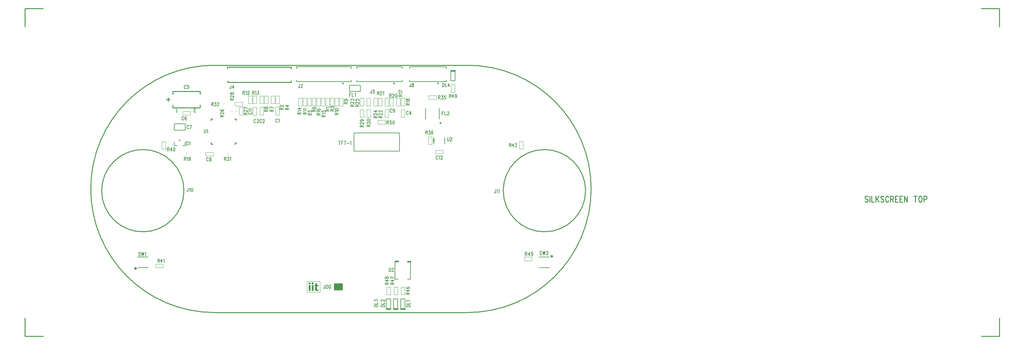
<source format=gbr>
*
*
G04 PADS 9.4.1 Build Number: 494907 generated Gerber (RS-274-X) file*
G04 PC Version=2.1*
*
%IN "JOG.pcb"*%
*
%MOIN*%
*
%FSLAX35Y35*%
*
*
*
*
G04 PC Standard Apertures*
*
*
G04 Thermal Relief Aperture macro.*
%AMTER*
1,1,$1,0,0*
1,0,$1-$2,0,0*
21,0,$3,$4,0,0,45*
21,0,$3,$4,0,0,135*
%
*
*
G04 Annular Aperture macro.*
%AMANN*
1,1,$1,0,0*
1,0,$2,0,0*
%
*
*
G04 Odd Aperture macro.*
%AMODD*
1,1,$1,0,0*
1,0,$1-0.005,0,0*
%
*
*
G04 PC Custom Aperture Macros*
*
*
*
*
*
*
G04 PC Aperture Table*
*
%ADD010C,0.001*%
%ADD011C,0.004*%
%ADD012C,0.01*%
%ADD013C,0.00984*%
%ADD014C,0.006*%
%ADD015C,0.00591*%
%ADD016C,0.01575*%
%ADD017C,0.00787*%
%ADD018C,0.015*%
%ADD019C,0.01969*%
%ADD020C,0.00394*%
%ADD021C,0.01181*%
%ADD022C,0.008*%
*
*
*
*
G04 PC Circuitry*
G04 Layer Name JOG.pcb - circuitry*
%LPD*%
*
*
G04 PC Custom Flashes*
G04 Layer Name JOG.pcb - flashes*
%LPD*%
*
*
G04 PC Circuitry*
G04 Layer Name JOG.pcb - circuitry*
%LPD*%
*
G54D10*
G54D11*
G01X1740500Y1663300D02*
X1744500D01*
Y1671700*
X1740500*
Y1663300*
X1700500D02*
X1704500D01*
Y1671700*
X1700500*
Y1663300*
X1915800Y1624500D02*
Y1620500D01*
X1924200*
Y1624500*
X1915800*
X1723000Y1663300D02*
X1727000D01*
Y1671700*
X1723000*
Y1663300*
X1715500D02*
X1719500D01*
Y1671700*
X1715500*
Y1663300*
X1878000Y1660800D02*
X1882000D01*
Y1669200*
X1878000*
Y1660800*
X1638300Y1667000D02*
Y1663000D01*
X1646700*
Y1667000*
X1638300*
X1663300Y1622000D02*
Y1618000D01*
X1671700*
Y1622000*
X1663300*
X1860500Y1660800D02*
X1864500D01*
Y1669200*
X1860500*
Y1660800*
X1795500Y1673300D02*
X1799500D01*
Y1681700*
X1795500*
Y1673300*
X1805500D02*
X1809500D01*
Y1681700*
X1805500*
Y1673300*
X1770500D02*
X1774500D01*
Y1681700*
X1770500*
Y1673300*
X1710500Y1675800D02*
X1714500D01*
Y1684200*
X1710500*
Y1675800*
X1719500Y1684200D02*
X1715500D01*
Y1675800*
X1719500*
Y1684200*
X1765500Y1673300D02*
X1769500D01*
Y1681700*
X1765500*
Y1673300*
X1790500D02*
X1794500D01*
Y1681700*
X1790500*
Y1673300*
X1785500D02*
X1789500D01*
Y1681700*
X1785500*
Y1673300*
X1873000D02*
X1877000D01*
Y1681700*
X1873000*
Y1673300*
X1882000Y1681700D02*
X1878000D01*
Y1673300*
X1882000*
Y1681700*
X1735500Y1675800D02*
X1739500D01*
Y1684200*
X1735500*
Y1675800*
X1865500Y1673300D02*
X1869500D01*
Y1681700*
X1865500*
Y1673300*
X1864500Y1681700D02*
X1860500D01*
Y1673300*
X1864500*
Y1681700*
X1853000Y1673300D02*
X1857000D01*
Y1681700*
X1853000*
Y1673300*
X1837000Y1681700D02*
X1833000D01*
Y1673300*
X1837000*
Y1681700*
X1852000D02*
X1848000D01*
Y1673300*
X1852000*
Y1681700*
X1844500D02*
X1840500D01*
Y1673300*
X1844500*
Y1681700*
X1695800Y1677000D02*
Y1673000D01*
X1704200*
Y1677000*
X1695800*
X1837000Y1669200D02*
X1833000D01*
Y1660800*
X1837000*
Y1669200*
X1800500Y1673300D02*
X1804500D01*
Y1681700*
X1800500*
Y1673300*
X1844500Y1669200D02*
X1840500D01*
Y1660800*
X1844500*
Y1669200*
X1908300Y1684500D02*
Y1680500D01*
X1916700*
Y1684500*
X1908300*
X1908000Y1630800D02*
X1912000D01*
Y1639200*
X1908000*
Y1630800*
X1744500Y1684200D02*
X1740500D01*
Y1675800*
X1744500*
Y1684200*
X1619500Y1634200D02*
X1615500D01*
Y1625800*
X1619500*
Y1634200*
X1616700Y1495500D02*
Y1499500D01*
X1608300*
Y1495500*
X1616700*
X2012000Y1634200D02*
X2008000D01*
Y1625800*
X2012000*
Y1634200*
X2013300Y1507000D02*
Y1503000D01*
X2021700*
Y1507000*
X2013300*
X1882000Y1474200D02*
X1878000D01*
Y1465800*
X1882000*
Y1474200*
X1874500D02*
X1870500D01*
Y1465800*
X1874500*
Y1474200*
X1866500D02*
X1862500D01*
Y1465800*
X1866500*
Y1474200*
X1933000Y1688300D02*
X1937000D01*
Y1696700*
X1933000*
Y1688300*
X1775500Y1673300D02*
X1779500D01*
Y1681700*
X1775500*
Y1673300*
X1852300Y1657000D02*
Y1653000D01*
X1860700*
Y1657000*
X1852300*
X1780500Y1673300D02*
X1784500D01*
Y1681700*
X1780500*
Y1673300*
X1728000Y1675800D02*
X1732000D01*
Y1684200*
X1728000*
Y1675800*
X1727000Y1684200D02*
X1723000D01*
Y1675800*
X1727000*
Y1684200*
X1810500Y1673300D02*
X1814500D01*
Y1681700*
X1810500*
Y1673300*
X1788295Y1480349D02*
Y1480336D01*
X1788352*
Y1480323*
X1788417*
Y1480310*
X1788469*
Y1480297*
X1788508*
Y1480284*
X1788534*
Y1480271*
X1788573*
Y1480258*
X1788599*
Y1480245*
X1788625*
Y1480232*
X1788651*
Y1480219*
X1788664*
Y1480206*
X1788690*
Y1480193*
X1788716*
Y1480180*
X1788729*
Y1480167*
X1788742*
Y1480154*
X1788768*
Y1480141*
X1788781*
Y1480128*
X1788794*
Y1480115*
X1788807*
Y1480102*
X1788820*
Y1480089*
X1788833*
Y1480076*
X1788846*
Y1480063*
X1788859*
Y1480049*
X1788872*
Y1480036*
X1788885*
Y1480023*
X1788898*
Y1479997*
X1788911*
Y1479984*
X1788924*
Y1479958*
X1788938*
X1788938D02*
Y1479945D01*
X1788938D02*
X1788951D01*
Y1479919*
X1788964*
Y1479893*
X1788977*
Y1479867*
X1788990*
Y1479841*
X1789003*
Y1479802*
X1789016*
Y1479763*
X1789029*
Y1479711*
X1789042*
Y1469138*
X1789029*
Y1469086*
X1789016*
Y1469047*
X1789003*
Y1469008*
X1788990*
Y1468982*
X1788977*
Y1468956*
X1788964*
Y1468930*
X1788951*
Y1468904*
X1788938*
X1788938D02*
Y1468891D01*
X1788938D02*
X1788924D01*
Y1468865*
X1788911*
Y1468852*
X1788898*
Y1468826*
X1788885*
Y1468813*
X1788872*
Y1468799*
X1788859*
Y1468786*
X1788846*
Y1468773*
X1788833*
Y1468760*
X1788820*
Y1468747*
X1788807*
Y1468734*
X1788794*
Y1468721*
X1788781*
Y1468708*
X1788768*
Y1468695*
X1788742*
Y1468682*
X1788729*
Y1468669*
X1788716*
Y1468656*
X1788690*
Y1468643*
X1788664*
Y1468630*
X1788651*
Y1468617*
X1788625*
Y1468604*
X1788599*
Y1468591*
X1788573*
Y1468578*
X1788534*
Y1468565*
X1788508*
Y1468552*
X1788456*
Y1468539*
X1788339*
Y1468526*
X1774888*
Y1479698*
X1774901*
Y1479763*
X1774914*
Y1479802*
X1774927*
Y1479841*
X1774940*
Y1479867*
X1774953*
Y1479893*
X1774966*
Y1479919*
X1774979*
Y1479945*
X1774992*
Y1479958*
X1775005*
Y1479984*
X1775018*
Y1479997*
X1775031*
Y1480010*
X1775044*
Y1480036*
X1775057*
Y1480049*
X1775070*
Y1480063*
X1775083*
Y1480076*
X1775096*
Y1480089*
X1775109*
Y1480102*
X1775122*
Y1480115*
X1775135*
Y1480128*
X1775148*
Y1480141*
X1775161*
Y1480154*
X1775187*
X1775187D02*
Y1480167D01*
X1775187D02*
X1775201D01*
Y1480180*
X1775227*
Y1480193*
X1775240*
Y1480206*
X1775266*
Y1480219*
X1775279*
Y1480232*
X1775305*
Y1480245*
X1775331*
Y1480258*
X1775357*
Y1480271*
X1775396*
Y1480284*
X1775422*
Y1480297*
X1775474*
Y1480310*
X1775513*
Y1480323*
X1775578*
Y1480336*
X1775634*
Y1480349*
X1788295*
X1785500Y1478500D02*
Y1476365D01*
X1787193*
Y1475362*
X1785500*
Y1471924*
X1785513*
Y1471781*
X1785526*
Y1471690*
X1785539*
Y1471638*
X1785552*
Y1471586*
X1785565*
Y1471534*
X1785578*
Y1471495*
X1785591*
Y1471469*
X1785604*
Y1471443*
X1785617*
Y1471417*
X1785630*
Y1471391*
X1785643*
Y1471365*
X1785656*
Y1471352*
X1785669*
Y1471326*
X1785682*
Y1471313*
X1785682D02*
X1785695D01*
X1785695D02*
Y1471299D01*
X1785708*
Y1471286*
X1785721*
Y1471273*
X1785734*
Y1471260*
X1785747*
Y1471247*
X1785760*
Y1471234*
X1785786*
Y1471221*
X1785799*
Y1471208*
X1785826*
Y1471195*
X1785852*
Y1471182*
X1785878*
Y1471169*
X1785904*
Y1471156*
X1785943*
Y1471143*
X1785995*
Y1471130*
X1786047*
Y1471117*
X1786138*
Y1471104*
X1786529*
Y1471117*
X1786646*
Y1471130*
X1786737*
Y1471143*
X1786802*
Y1471156*
X1786867*
Y1471169*
X1786932*
Y1471182*
X1786984*
Y1471195*
X1787036*
Y1471208*
X1787076*
Y1471221*
X1787128*
Y1471234*
X1787141*
Y1470206*
X1787115*
Y1470193*
X1787089*
Y1470180*
X1787049*
Y1470167*
X1787010*
Y1470154*
X1786971*
Y1470141*
X1786932*
Y1470128*
X1786880*
Y1470115*
X1786828*
Y1470102*
X1786776*
Y1470089*
X1786711*
Y1470076*
X1786646*
Y1470063*
X1786646D02*
X1786581D01*
X1786581D02*
Y1470049D01*
X1786503*
Y1470036*
X1786398*
Y1470023*
X1786294*
Y1470010*
X1786164*
Y1469997*
X1785982*
Y1469984*
X1785383*
Y1469997*
X1785266*
Y1470010*
X1785187*
X1785187D02*
Y1470023D01*
X1785187D02*
X1785122D01*
Y1470036*
X1785070*
Y1470049*
X1785018*
Y1470063*
X1785018D02*
X1784979D01*
X1784979D02*
Y1470076D01*
X1784940*
Y1470089*
X1784901*
Y1470102*
X1784862*
Y1470115*
X1784836*
Y1470128*
X1784797*
Y1470141*
X1784771*
Y1470154*
X1784745*
Y1470167*
X1784719*
Y1470180*
X1784693*
Y1470193*
X1784667*
Y1470206*
X1784641*
Y1470219*
X1784615*
Y1470232*
X1784602*
Y1470245*
X1784576*
Y1470258*
X1784563*
X1784563D02*
Y1470271D01*
X1784563D02*
X1784536D01*
Y1470284*
X1784523*
Y1470297*
X1784497*
Y1470310*
X1784484*
Y1470323*
X1784458*
Y1470336*
X1784445*
Y1470349*
X1784432*
Y1470362*
X1784419*
Y1470375*
X1784393*
Y1470388*
X1784380*
Y1470401*
X1784367*
Y1470414*
X1784354*
Y1470427*
X1784341*
Y1470440*
X1784328*
Y1470453*
X1784315*
Y1470466*
X1784302*
Y1470479*
X1784289*
Y1470492*
X1784276*
Y1470505*
X1784263*
Y1470518*
X1784250*
Y1470531*
X1784237*
Y1470544*
X1784224*
Y1470557*
X1784211*
Y1470570*
X1784198*
Y1470583*
X1784185*
Y1470596*
X1784172*
Y1470622*
X1784159*
Y1470635*
X1784146*
Y1470648*
X1784133*
Y1470674*
X1784120*
Y1470688*
X1784107*
Y1470701*
X1784094*
Y1470727*
X1784081*
Y1470740*
X1784068*
Y1470766*
X1784055*
Y1470779*
X1784042*
Y1470805*
X1784029*
Y1470831*
X1784016*
Y1470844*
X1784003*
Y1470870*
X1783990*
Y1470896*
X1783977*
Y1470922*
X1783964*
Y1470948*
X1783951*
Y1470974*
X1783937*
X1783937D02*
Y1471000D01*
X1783937D02*
X1783924D01*
Y1471039*
X1783911*
Y1471065*
X1783898*
Y1471091*
X1783885*
Y1471130*
X1783872*
Y1471169*
X1783859*
Y1471208*
X1783846*
Y1471247*
X1783833*
Y1471286*
X1783820*
Y1471339*
X1783807*
Y1471391*
X1783794*
Y1471443*
X1783781*
Y1471508*
X1783768*
Y1471573*
X1783755*
Y1471651*
X1783742*
Y1471755*
X1783729*
Y1471898*
X1783716*
Y1475375*
X1782948*
Y1476313*
X1783117*
Y1476326*
X1783352*
Y1476339*
X1783599*
Y1476352*
X1783781*
Y1476378*
X1783794*
Y1476430*
X1783807*
Y1476482*
X1783820*
Y1476521*
X1783833*
Y1476573*
X1783846*
Y1476612*
X1783859*
Y1476664*
X1783872*
Y1476716*
X1783885*
Y1476755*
X1783898*
Y1476807*
X1783911*
Y1476846*
X1783924*
Y1476898*
X1783937*
X1783937D02*
Y1476951D01*
X1783937D02*
X1783951D01*
Y1476990*
X1783964*
Y1477042*
X1783977*
Y1477081*
X1783990*
Y1477133*
X1784003*
Y1477185*
X1784016*
Y1477224*
X1784029*
Y1477276*
X1784042*
Y1477315*
X1784055*
Y1477367*
X1784068*
Y1477419*
X1784081*
Y1477458*
X1784094*
Y1477510*
X1784107*
Y1477549*
X1784120*
Y1477602*
X1784133*
Y1477654*
X1784146*
Y1477693*
X1784159*
Y1477745*
X1784172*
Y1477784*
X1784185*
Y1477836*
X1784198*
Y1477888*
X1784211*
Y1477927*
X1784224*
Y1477979*
X1784237*
Y1478018*
X1784250*
Y1478070*
X1784263*
Y1478122*
X1784276*
Y1478161*
X1784289*
Y1478214*
X1784302*
Y1478266*
X1784315*
Y1478305*
X1784328*
Y1478357*
X1784341*
Y1478396*
X1784354*
Y1478448*
X1784367*
Y1478500*
X1785500*
G54D12*
X1622500Y1682000D02*
Y1678000D01*
X1620500Y1680000D02*
X1624500D01*
X1639716Y1580000D02*
G75*
G03X1639716I-45188J0D01*
G01X2080661D02*
G03X2080661I-45189J0D01*
G01X1814840Y1697835D02*
G03X1814840I-549J0D01*
G01X1757520Y1700866D02*
Y1699291D01*
X1687835*
Y1700472*
X1687441Y1714252D02*
Y1715827D01*
X1757520*
Y1713858*
X1870942Y1697835D02*
G03X1870942I-548J0D01*
G01X1919170D02*
G03X1919170I-548J0D01*
G01X1669331Y1632756D02*
Y1631181D01*
X1670906*
X1696890Y1657165D02*
Y1658740D01*
X1695315*
X1670906D02*
X1669331D01*
Y1657165*
X1695315Y1631181D02*
X1696890Y1632756D01*
X2390682Y1573125D02*
X2390227Y1573750D01*
X2389545Y1574063*
X2389545D02*
X2388636D01*
X2388636D02*
X2387955Y1573750D01*
X2387500Y1573125*
Y1572500*
X2387727Y1571875*
X2387955Y1571563*
X2387955D02*
X2388409Y1571250D01*
X2389773Y1570625*
X2390227Y1570313*
X2390227D02*
X2390455Y1570000D01*
X2390682Y1569375*
Y1568438*
X2390682D02*
X2390227Y1567813D01*
X2390227D02*
X2389545Y1567500D01*
X2388636*
X2387955Y1567813*
X2387955D02*
X2387500Y1568438D01*
X2392727Y1574063D02*
Y1567500D01*
X2394773Y1574063D02*
Y1567500D01*
X2397500*
X2399545Y1574063D02*
Y1567500D01*
X2402727Y1574063D02*
X2399545Y1569688D01*
X2400682Y1571250D02*
X2402727Y1567500D01*
X2407955Y1573125D02*
X2407500Y1573750D01*
X2406818Y1574063*
X2406818D02*
X2405909D01*
X2405909D02*
X2405227Y1573750D01*
X2404773Y1573125*
Y1572500*
X2405000Y1571875*
X2405227Y1571563*
X2405227D02*
X2405682Y1571250D01*
X2407045Y1570625*
X2407500Y1570313*
X2407500D02*
X2407727Y1570000D01*
X2407955Y1569375*
Y1568438*
X2407955D02*
X2407500Y1567813D01*
X2407500D02*
X2406818Y1567500D01*
X2405909*
X2405227Y1567813*
X2405227D02*
X2404773Y1568438D01*
X2413409Y1572500D02*
X2413182Y1573125D01*
X2412727Y1573750*
X2412273Y1574063*
X2412273D02*
X2411364D01*
X2411364D02*
X2410909Y1573750D01*
X2410455Y1573125*
X2410227Y1572500*
X2410000Y1571563*
X2410000D02*
Y1570000D01*
X2410227Y1569063*
X2410227D02*
X2410455Y1568438D01*
X2410455D02*
X2410909Y1567813D01*
X2410909D02*
X2411364Y1567500D01*
X2412273*
X2412727Y1567813*
X2412727D02*
X2413182Y1568438D01*
X2413182D02*
X2413409Y1569063D01*
X2415455Y1574063D02*
Y1567500D01*
Y1574063D02*
X2417500D01*
X2417500D02*
X2418182Y1573750D01*
X2418409Y1573438*
X2418409D02*
X2418636Y1572813D01*
X2418636D02*
Y1572188D01*
X2418636D02*
X2418409Y1571563D01*
X2418409D02*
X2418182Y1571250D01*
X2417500Y1570938*
X2417500D02*
X2415455D01*
X2417045D02*
X2418636Y1567500D01*
X2420682Y1574063D02*
Y1567500D01*
Y1574063D02*
X2423636D01*
X2420682Y1570938D02*
X2422500D01*
X2420682Y1567500D02*
X2423636D01*
X2425682Y1574063D02*
Y1567500D01*
Y1574063D02*
X2428636D01*
X2425682Y1570938D02*
X2427500D01*
X2425682Y1567500D02*
X2428636D01*
X2430682Y1574063D02*
Y1567500D01*
Y1574063D02*
X2433864Y1567500D01*
Y1574063D02*
Y1567500D01*
X2442727Y1574063D02*
Y1567500D01*
X2441136Y1574063D02*
X2444318D01*
X2447727D02*
X2447273Y1573750D01*
X2446818Y1573125*
X2446591Y1572500*
X2446364Y1571563*
X2446364D02*
Y1570000D01*
X2446591Y1569063*
X2446591D02*
X2446818Y1568438D01*
X2446818D02*
X2447273Y1567813D01*
X2447273D02*
X2447727Y1567500D01*
X2448636*
X2449091Y1567813*
X2449091D02*
X2449545Y1568438D01*
X2449545D02*
X2449773Y1569063D01*
X2449773D02*
X2450000Y1570000D01*
Y1571563*
X2450000D02*
X2449773Y1572500D01*
X2449545Y1573125*
X2449091Y1573750*
X2448636Y1574063*
X2448636D02*
X2447727D01*
X2452045D02*
Y1567500D01*
Y1574063D02*
X2454091D01*
X2454091D02*
X2454773Y1573750D01*
X2455000Y1573438*
X2455000D02*
X2455227Y1572813D01*
X2455227D02*
Y1571875D01*
X2455000Y1571250*
X2454773Y1570938*
X2454773D02*
X2454091Y1570625D01*
X2452045*
X1673001Y1446142D02*
X1950955D01*
G03Y1717795I0J135827*
G01X1673001*
X1672971D02*
G03Y1446142I237J-135826D01*
G01X1465000Y1440000D02*
Y1420000D01*
X1485000*
Y1780000D02*
X1465000D01*
Y1760000*
X2535000D02*
Y1780000D01*
X2515000*
Y1420000D02*
X2535000D01*
Y1440000*
G54D13*
X1627421Y1674094D02*
Y1671142D01*
X1657500*
Y1674291*
X1627539Y1685906D02*
Y1689055D01*
X1657500*
Y1685827*
G54D14*
X1641024Y1646575D02*
X1628976D01*
Y1653425*
X1641024*
Y1646575*
X1877598Y1450184D02*
X1882323D01*
Y1461102*
X1877598*
Y1450184*
X1869724D02*
X1874449D01*
Y1461102*
X1869724*
Y1450184*
X1861850D02*
X1866575D01*
Y1461102*
X1861850*
Y1450184*
X1937441Y1711784D02*
X1932717D01*
Y1700866*
X1937441*
Y1711784*
X1833524Y1689075D02*
X1821476D01*
Y1695925*
X1833524*
Y1689075*
X1813800Y1477700D02*
X1804700D01*
Y1470900*
X1813800*
Y1477700*
X1804700Y1477379D02*
X1813800D01*
X1804700Y1476839D02*
X1813800D01*
X1804700Y1476299D02*
X1813800D01*
X1804700Y1475759D02*
X1813800D01*
X1804700Y1475219D02*
X1813800D01*
X1804700Y1474679D02*
X1813800D01*
X1804700Y1474139D02*
X1813800D01*
X1804700Y1473599D02*
X1813800D01*
X1804700Y1473059D02*
X1813800D01*
X1804700Y1472519D02*
X1813800D01*
X1804700Y1471979D02*
X1813800D01*
X1804700Y1471439D02*
X1813800D01*
G54D15*
X1638000Y1629547D02*
X1641102D01*
Y1633681*
X1632000Y1629547D02*
X1628898D01*
Y1633681*
X1636181Y1635453D02*
X1633819D01*
X1823307Y1701654D02*
Y1699685D01*
X1763386*
Y1701654*
X1823307Y1714252D02*
Y1716220D01*
X1763386*
Y1714252*
X1879449Y1701654D02*
Y1699685D01*
X1829291*
Y1701654*
X1879370Y1714252D02*
Y1716220D01*
X1829252*
Y1714252*
X1927598Y1701654D02*
Y1699685D01*
X1887441*
Y1701654*
X1927598Y1714252D02*
Y1716220D01*
X1887441*
Y1714252*
G54D16*
X1888071Y1502146D02*
X1885315D01*
X1874882Y1502343D02*
X1871929D01*
G54D17*
X1884921Y1502146D02*
X1888465D01*
Y1482854*
X1884921*
X1875079Y1502146D02*
X1871535D01*
Y1482854*
X1874882*
X1905020Y1658898D02*
Y1670315D01*
X1919980D02*
Y1658898D01*
X1588819Y1507165D02*
X1600236D01*
Y1495354D02*
X1589213D01*
X2041181D02*
X2029764D01*
Y1507165D02*
X2040787D01*
X1826339Y1643465D02*
X1876339D01*
Y1623465*
X1826339*
Y1643465*
X1914094Y1638346D02*
Y1631604D01*
X1925906Y1638543D02*
Y1631457D01*
G54D18*
X1877992Y1450276D02*
X1881929D01*
X1870118D02*
X1874055D01*
X1862244D02*
X1866181D01*
X1937047Y1711692D02*
X1933110D01*
G54D19*
X1921358Y1654370D02*
G03X1921358I-197J0D01*
G01X1587013Y1494567D02*
G03X1587013I-556J0D01*
G01X2044100Y1507953D02*
G03X2044100I-557J0D01*
G54D20*
G01X1642894Y1621024D02*
X1642067D01*
X1642894Y1619055D02*
X1642067D01*
X1692524Y1667106D02*
Y1667933D01*
X1690555Y1667106D02*
Y1667933D01*
X1698524Y1667106D02*
Y1667933D01*
X1696555Y1667106D02*
Y1667933D01*
X1687894Y1621024D02*
X1687067D01*
X1687894Y1619055D02*
X1687067D01*
X1683394Y1676024D02*
X1682567D01*
X1683394Y1674055D02*
X1682567D01*
G54D21*
X1914094Y1636378D02*
Y1633819D01*
G54D22*
X1742545Y1658000D02*
X1742409Y1658375D01*
X1742136Y1658750*
X1741864Y1658938*
X1741864D02*
X1741318D01*
X1741318D02*
X1741045Y1658750D01*
X1740773Y1658375*
X1740636Y1658000*
X1740500Y1657438*
X1740500D02*
Y1656500D01*
X1740636Y1655938*
X1740636D02*
X1740773Y1655563D01*
X1740773D02*
X1741045Y1655188D01*
X1741045D02*
X1741318Y1655000D01*
X1741864*
X1742136Y1655188*
X1742136D02*
X1742409Y1655563D01*
X1742409D02*
X1742545Y1655938D01*
X1743773Y1658188D02*
X1744045Y1658375D01*
X1744455Y1658938*
X1744455D02*
Y1655000D01*
X1711500Y1666045D02*
X1711125Y1665909D01*
X1710750Y1665636*
X1710562Y1665364*
X1710562D02*
Y1664818D01*
X1710562D02*
X1710750Y1664545D01*
X1711125Y1664273*
X1711500Y1664136*
X1712062Y1664000*
X1712062D02*
X1713000D01*
X1713562Y1664136*
X1713562D02*
X1713937Y1664273D01*
X1713937D02*
X1714312Y1664545D01*
X1714312D02*
X1714500Y1664818D01*
Y1665364*
X1714312Y1665636*
X1714312D02*
X1713937Y1665909D01*
X1713937D02*
X1713562Y1666045D01*
X1711312Y1667273D02*
X1711125Y1667545D01*
X1710562Y1667955*
X1710562D02*
X1714500D01*
X1711312Y1669182D02*
X1711125Y1669455D01*
X1710562Y1669864*
X1710562D02*
X1714500D01*
X1918545Y1617500D02*
X1918409Y1617875D01*
X1918136Y1618250*
X1917864Y1618438*
X1917864D02*
X1917318D01*
X1917318D02*
X1917045Y1618250D01*
X1916773Y1617875*
X1916636Y1617500*
X1916500Y1616938*
X1916500D02*
Y1616000D01*
X1916636Y1615438*
X1916636D02*
X1916773Y1615063D01*
X1916773D02*
X1917045Y1614688D01*
X1917045D02*
X1917318Y1614500D01*
X1917864*
X1918136Y1614688*
X1918136D02*
X1918409Y1615063D01*
X1918409D02*
X1918545Y1615438D01*
X1919773Y1617688D02*
X1920045Y1617875D01*
X1920455Y1618438*
X1920455D02*
Y1614500D01*
X1921818Y1617500D02*
Y1617688D01*
X1921818D02*
X1921955Y1618063D01*
X1921955D02*
X1922091Y1618250D01*
X1922364Y1618438*
X1922364D02*
X1922909D01*
X1922909D02*
X1923182Y1618250D01*
X1923318Y1618063*
X1923318D02*
X1923455Y1617688D01*
X1923455D02*
Y1617313D01*
X1923455D02*
X1923318Y1616938D01*
X1923318D02*
X1923045Y1616375D01*
X1921682Y1614500*
X1923591*
X1725045Y1657500D02*
X1724909Y1657875D01*
X1724636Y1658250*
X1724364Y1658438*
X1724364D02*
X1723818D01*
X1723818D02*
X1723545Y1658250D01*
X1723273Y1657875*
X1723136Y1657500*
X1723000Y1656938*
X1723000D02*
Y1656000D01*
X1723136Y1655438*
X1723136D02*
X1723273Y1655063D01*
X1723273D02*
X1723545Y1654688D01*
X1723545D02*
X1723818Y1654500D01*
X1724364*
X1724636Y1654688*
X1724636D02*
X1724909Y1655063D01*
X1724909D02*
X1725045Y1655438D01*
X1726409Y1657500D02*
Y1657688D01*
X1726409D02*
X1726545Y1658063D01*
X1726545D02*
X1726682Y1658250D01*
X1726955Y1658438*
X1726955D02*
X1727500D01*
X1727500D02*
X1727773Y1658250D01*
X1727909Y1658063*
X1727909D02*
X1728045Y1657688D01*
X1728045D02*
Y1657313D01*
X1728045D02*
X1727909Y1656938D01*
X1727909D02*
X1727636Y1656375D01*
X1726273Y1654500*
X1728182*
X1718545Y1657500D02*
X1718409Y1657875D01*
X1718136Y1658250*
X1717864Y1658438*
X1717864D02*
X1717318D01*
X1717318D02*
X1717045Y1658250D01*
X1716773Y1657875*
X1716636Y1657500*
X1716500Y1656938*
X1716500D02*
Y1656000D01*
X1716636Y1655438*
X1716636D02*
X1716773Y1655063D01*
X1716773D02*
X1717045Y1654688D01*
X1717045D02*
X1717318Y1654500D01*
X1717864*
X1718136Y1654688*
X1718136D02*
X1718409Y1655063D01*
X1718409D02*
X1718545Y1655438D01*
X1720045Y1658438D02*
X1721545D01*
X1721545D02*
X1720727Y1656938D01*
X1720727D02*
X1721136D01*
X1721136D02*
X1721409Y1656750D01*
X1721545Y1656563*
X1721545D02*
X1721682Y1656000D01*
Y1655625*
X1721545Y1655063*
X1721545D02*
X1721273Y1654688D01*
X1721273D02*
X1720864Y1654500D01*
X1720455*
X1720045Y1654688*
X1720045D02*
X1719909Y1654875D01*
X1719773Y1655250*
X1886045Y1666500D02*
X1885909Y1666875D01*
X1885636Y1667250*
X1885364Y1667438*
X1884818*
X1884545Y1667250*
X1884273Y1666875*
X1884136Y1666500*
X1884000Y1665938*
Y1665000*
X1884136Y1664438*
X1884273Y1664063*
X1884545Y1663688*
X1884818Y1663500*
X1885364*
X1885636Y1663688*
X1885909Y1664063*
X1886045Y1664438*
X1888636Y1667438D02*
X1887273Y1664813D01*
X1889318*
X1888636Y1667438D02*
Y1663500D01*
X1642045Y1695000D02*
X1641909Y1695375D01*
X1641636Y1695750*
X1641364Y1695938*
X1641364D02*
X1640818D01*
X1640818D02*
X1640545Y1695750D01*
X1640273Y1695375*
X1640136Y1695000*
X1640000Y1694438*
X1640000D02*
Y1693500D01*
X1640136Y1692938*
X1640136D02*
X1640273Y1692563D01*
X1640273D02*
X1640545Y1692188D01*
X1640545D02*
X1640818Y1692000D01*
X1641364*
X1641636Y1692188*
X1641636D02*
X1641909Y1692563D01*
X1641909D02*
X1642045Y1692938D01*
X1645045Y1695938D02*
X1643682D01*
X1643682D02*
X1643545Y1694250D01*
X1643682Y1694438*
X1643682D02*
X1644091Y1694625D01*
X1644500*
X1644909Y1694438*
X1644909D02*
X1645182Y1694063D01*
X1645182D02*
X1645318Y1693500D01*
X1645182Y1693125*
X1645045Y1692563*
X1645045D02*
X1644773Y1692188D01*
X1644773D02*
X1644364Y1692000D01*
X1643955*
X1643545Y1692188*
X1643545D02*
X1643409Y1692375D01*
X1643273Y1692750*
X1639545Y1660500D02*
X1639409Y1660875D01*
X1639136Y1661250*
X1638864Y1661438*
X1638864D02*
X1638318D01*
X1638318D02*
X1638045Y1661250D01*
X1637773Y1660875*
X1637636Y1660500*
X1637500Y1659938*
X1637500D02*
Y1659000D01*
X1637636Y1658438*
X1637636D02*
X1637773Y1658063D01*
X1637773D02*
X1638045Y1657688D01*
X1638045D02*
X1638318Y1657500D01*
X1638864*
X1639136Y1657688*
X1639136D02*
X1639409Y1658063D01*
X1639409D02*
X1639545Y1658438D01*
X1642409Y1660875D02*
X1642273Y1661250D01*
X1641864Y1661438*
X1641864D02*
X1641591D01*
X1641591D02*
X1641182Y1661250D01*
X1640909Y1660688*
X1640909D02*
X1640773Y1659750D01*
Y1658813*
X1640773D02*
X1640909Y1658063D01*
X1640909D02*
X1641182Y1657688D01*
X1641182D02*
X1641591Y1657500D01*
X1641727*
X1642136Y1657688*
X1642136D02*
X1642409Y1658063D01*
X1642409D02*
X1642545Y1658625D01*
Y1658813*
X1642545D02*
X1642409Y1659375D01*
X1642136Y1659750*
X1641727Y1659938*
X1641727D02*
X1641591D01*
X1641591D02*
X1641182Y1659750D01*
X1640909Y1659375*
X1640773Y1658813*
X1645045Y1651000D02*
X1644909Y1651375D01*
X1644636Y1651750*
X1644364Y1651938*
X1643818*
X1643545Y1651750*
X1643273Y1651375*
X1643136Y1651000*
X1643000Y1650438*
Y1649500*
X1643136Y1648938*
X1643273Y1648563*
X1643545Y1648188*
X1643818Y1648000*
X1644364*
X1644636Y1648188*
X1644909Y1648563*
X1645045Y1648938*
X1648182Y1651938D02*
X1646818Y1648000D01*
X1646273Y1651938D02*
X1648182D01*
X1666545Y1615500D02*
X1666409Y1615875D01*
X1666136Y1616250*
X1665864Y1616438*
X1665864D02*
X1665318D01*
X1665318D02*
X1665045Y1616250D01*
X1664773Y1615875*
X1664636Y1615500*
X1664500Y1614938*
X1664500D02*
Y1614000D01*
X1664636Y1613438*
X1664636D02*
X1664773Y1613063D01*
X1664773D02*
X1665045Y1612688D01*
X1665045D02*
X1665318Y1612500D01*
X1665864*
X1666136Y1612688*
X1666136D02*
X1666409Y1613063D01*
X1666409D02*
X1666545Y1613438D01*
X1668455Y1616438D02*
X1668045Y1616250D01*
X1667909Y1615875*
Y1615500*
X1668045Y1615125*
X1668318Y1614938*
X1668318D02*
X1668864Y1614750D01*
X1669273Y1614563*
X1669273D02*
X1669545Y1614188D01*
X1669545D02*
X1669682Y1613813D01*
X1669682D02*
Y1613250D01*
X1669545Y1612875*
X1669409Y1612688*
X1669409D02*
X1669000Y1612500D01*
X1668455*
X1668045Y1612688*
X1668045D02*
X1667909Y1612875D01*
X1667773Y1613250*
Y1613813*
X1667773D02*
X1667909Y1614188D01*
X1667909D02*
X1668182Y1614563D01*
X1668182D02*
X1668591Y1614750D01*
X1669136Y1614938*
X1669136D02*
X1669409Y1615125D01*
X1669545Y1615500*
Y1615875*
X1669409Y1616250*
X1669000Y1616438*
X1669000D02*
X1668455D01*
X1868045Y1669000D02*
X1867909Y1669375D01*
X1867636Y1669750*
X1867364Y1669938*
X1867364D02*
X1866818D01*
X1866818D02*
X1866545Y1669750D01*
X1866273Y1669375*
X1866136Y1669000*
X1866000Y1668438*
X1866000D02*
Y1667500D01*
X1866136Y1666938*
X1866136D02*
X1866273Y1666563D01*
X1866273D02*
X1866545Y1666188D01*
X1866545D02*
X1866818Y1666000D01*
X1867364*
X1867636Y1666188*
X1867636D02*
X1867909Y1666563D01*
X1867909D02*
X1868045Y1666938D01*
X1871045Y1668625D02*
X1870909Y1668063D01*
X1870909D02*
X1870636Y1667688D01*
X1870636D02*
X1870227Y1667500D01*
X1870091*
X1869682Y1667688*
X1869682D02*
X1869409Y1668063D01*
X1869409D02*
X1869273Y1668625D01*
Y1668813*
X1869273D02*
X1869409Y1669375D01*
X1869682Y1669750*
X1870091Y1669938*
X1870091D02*
X1870227D01*
X1870227D02*
X1870636Y1669750D01*
X1870909Y1669375*
X1871045Y1668625*
Y1667688*
X1871045D02*
X1870909Y1666750D01*
X1870636Y1666188*
X1870636D02*
X1870227Y1666000D01*
X1869955*
X1869545Y1666188*
X1869545D02*
X1869409Y1666563D01*
X1642500Y1633938D02*
Y1630000D01*
Y1633938D02*
X1643455D01*
X1643864Y1633750*
X1644136Y1633375*
X1644273Y1633000*
X1644409Y1632438*
Y1631500*
X1644273Y1630938*
X1644136Y1630563*
X1643864Y1630188*
X1643455Y1630000*
X1642500*
X1645636Y1633188D02*
X1645909Y1633375D01*
X1646318Y1633938*
Y1630000*
X1865000Y1494938D02*
Y1491000D01*
Y1494938D02*
X1865955D01*
X1865955D02*
X1866364Y1494750D01*
X1866636Y1494375*
X1866773Y1494000*
X1866909Y1493438*
X1866909D02*
Y1492500D01*
X1866773Y1491938*
X1866773D02*
X1866636Y1491563D01*
X1866636D02*
X1866364Y1491188D01*
X1866364D02*
X1865955Y1491000D01*
X1865000*
X1868273Y1494000D02*
Y1494188D01*
X1868273D02*
X1868409Y1494563D01*
X1868409D02*
X1868545Y1494750D01*
X1868818Y1494938*
X1868818D02*
X1869364D01*
X1869364D02*
X1869636Y1494750D01*
X1869773Y1494563*
X1869773D02*
X1869909Y1494188D01*
X1869909D02*
Y1493813D01*
X1869909D02*
X1869773Y1493438D01*
X1869773D02*
X1869500Y1492875D01*
X1868136Y1491000*
X1870045*
X1884062Y1452500D02*
X1888000D01*
X1884062D02*
Y1453455D01*
X1884062D02*
X1884250Y1453864D01*
X1884625Y1454136*
X1885000Y1454273*
X1885562Y1454409*
X1885562D02*
X1886500D01*
X1887062Y1454273*
X1887062D02*
X1887437Y1454136D01*
X1887437D02*
X1887812Y1453864D01*
X1887812D02*
X1888000Y1453455D01*
Y1452500*
X1884062Y1455636D02*
X1888000D01*
Y1457273*
X1884812Y1458500D02*
X1884625Y1458773D01*
X1884062Y1459182*
X1884062D02*
X1888000D01*
X1856062Y1452500D02*
X1860000D01*
X1856062D02*
Y1453455D01*
X1856062D02*
X1856250Y1453864D01*
X1856625Y1454136*
X1857000Y1454273*
X1857562Y1454409*
X1857562D02*
X1858500D01*
X1859062Y1454273*
X1859062D02*
X1859437Y1454136D01*
X1859437D02*
X1859812Y1453864D01*
X1859812D02*
X1860000Y1453455D01*
Y1452500*
X1856062Y1455636D02*
X1860000D01*
Y1457273*
X1857000Y1458636D02*
X1856812D01*
X1856812D02*
X1856437Y1458773D01*
X1856437D02*
X1856250Y1458909D01*
X1856062Y1459182*
X1856062D02*
Y1459727D01*
X1856062D02*
X1856250Y1460000D01*
X1856437Y1460136*
X1856437D02*
X1856812Y1460273D01*
X1856812D02*
X1857187D01*
X1857187D02*
X1857562Y1460136D01*
X1857562D02*
X1858125Y1459864D01*
X1860000Y1458500*
Y1460409*
X1848562Y1452500D02*
X1852500D01*
X1848562D02*
Y1453455D01*
X1848562D02*
X1848750Y1453864D01*
X1849125Y1454136*
X1849500Y1454273*
X1850062Y1454409*
X1850062D02*
X1851000D01*
X1851562Y1454273*
X1851562D02*
X1851937Y1454136D01*
X1851937D02*
X1852312Y1453864D01*
X1852312D02*
X1852500Y1453455D01*
Y1452500*
X1848562Y1455636D02*
X1852500D01*
Y1457273*
X1848562Y1458773D02*
Y1460273D01*
X1848562D02*
X1850062Y1459455D01*
X1850062D02*
Y1459864D01*
X1850062D02*
X1850250Y1460136D01*
X1850437Y1460273*
X1850437D02*
X1851000Y1460409D01*
X1851375*
X1851937Y1460273*
X1851937D02*
X1852312Y1460000D01*
X1852312D02*
X1852500Y1459591D01*
Y1459182*
X1852312Y1458773*
X1852312D02*
X1852125Y1458636D01*
X1851750Y1458500*
X1923500Y1697938D02*
Y1694000D01*
Y1697938D02*
X1924455D01*
X1924455D02*
X1924864Y1697750D01*
X1925136Y1697375*
X1925273Y1697000*
X1925409Y1696438*
X1925409D02*
Y1695500D01*
X1925273Y1694938*
X1925273D02*
X1925136Y1694563D01*
X1925136D02*
X1924864Y1694188D01*
X1924864D02*
X1924455Y1694000D01*
X1923500*
X1926636Y1697938D02*
Y1694000D01*
X1928273*
X1930864Y1697938D02*
X1929500Y1695313D01*
X1929500D02*
X1931545D01*
X1930864Y1697938D02*
Y1694000D01*
X1821500Y1687438D02*
Y1683500D01*
Y1687438D02*
X1823273D01*
X1821500Y1685563D02*
X1822591D01*
X1824500Y1687438D02*
Y1683500D01*
X1826136*
X1827364Y1686688D02*
X1827636Y1686875D01*
X1828045Y1687438*
X1828045D02*
Y1683500D01*
X1923000Y1666938D02*
Y1663000D01*
Y1666938D02*
X1924773D01*
X1923000Y1665063D02*
X1924091D01*
X1926000Y1666938D02*
Y1663000D01*
X1927636*
X1929000Y1666000D02*
Y1666188D01*
X1929136Y1666563*
X1929273Y1666750*
X1929545Y1666938*
X1930091*
X1930364Y1666750*
X1930500Y1666563*
X1930636Y1666188*
Y1665813*
X1930500Y1665438*
X1930227Y1664875*
X1928864Y1663000*
X1930773*
X1644364Y1582938D02*
Y1579938D01*
X1644364D02*
X1644227Y1579375D01*
X1644091Y1579188*
X1644091D02*
X1643818Y1579000D01*
X1643545*
X1643273Y1579188*
X1643273D02*
X1643136Y1579375D01*
X1643000Y1579938*
X1643000D02*
Y1580313D01*
X1645591Y1582188D02*
X1645864Y1582375D01*
X1646273Y1582938*
X1646273D02*
Y1579000D01*
X1648318Y1582938D02*
X1647909Y1582750D01*
X1647636Y1582188*
X1647636D02*
X1647500Y1581250D01*
Y1580688*
X1647500D02*
X1647636Y1579750D01*
X1647909Y1579188*
X1647909D02*
X1648318Y1579000D01*
X1648591*
X1649000Y1579188*
X1649000D02*
X1649273Y1579750D01*
X1649409Y1580688*
X1649409D02*
Y1581250D01*
X1649273Y1582188*
X1649273D02*
X1649000Y1582750D01*
X1648591Y1582938*
X1648591D02*
X1648318D01*
X1981864Y1581438D02*
Y1578438D01*
X1981864D02*
X1981727Y1577875D01*
X1981591Y1577688*
X1981591D02*
X1981318Y1577500D01*
X1981045*
X1980773Y1577688*
X1980773D02*
X1980636Y1577875D01*
X1980500Y1578438*
X1980500D02*
Y1578813D01*
X1983091Y1580688D02*
X1983364Y1580875D01*
X1983773Y1581438*
X1983773D02*
Y1577500D01*
X1985000Y1580688D02*
X1985273Y1580875D01*
X1985682Y1581438*
X1985682D02*
Y1577500D01*
X1766864Y1696938D02*
Y1693938D01*
X1766864D02*
X1766727Y1693375D01*
X1766591Y1693188*
X1766591D02*
X1766318Y1693000D01*
X1766045*
X1765773Y1693188*
X1765773D02*
X1765636Y1693375D01*
X1765500Y1693938*
X1765500D02*
Y1694313D01*
X1768227Y1696000D02*
Y1696188D01*
X1768227D02*
X1768364Y1696563D01*
X1768364D02*
X1768500Y1696750D01*
X1768773Y1696938*
X1768773D02*
X1769318D01*
X1769318D02*
X1769591Y1696750D01*
X1769727Y1696563*
X1769727D02*
X1769864Y1696188D01*
X1769864D02*
Y1695813D01*
X1769864D02*
X1769727Y1695438D01*
X1769727D02*
X1769455Y1694875D01*
X1768091Y1693000*
X1770000*
X1691364Y1695938D02*
Y1692938D01*
X1691364D02*
X1691227Y1692375D01*
X1691091Y1692188*
X1691091D02*
X1690818Y1692000D01*
X1690545*
X1690273Y1692188*
X1690273D02*
X1690136Y1692375D01*
X1690000Y1692938*
X1690000D02*
Y1693313D01*
X1693955Y1695938D02*
X1692591Y1693313D01*
X1692591D02*
X1694636D01*
X1693955Y1695938D02*
Y1692000D01*
X1845864Y1690938D02*
Y1687938D01*
X1845864D02*
X1845727Y1687375D01*
X1845591Y1687188*
X1845591D02*
X1845318Y1687000D01*
X1845045*
X1844773Y1687188*
X1844773D02*
X1844636Y1687375D01*
X1844500Y1687938*
X1844500D02*
Y1688313D01*
X1848864Y1690938D02*
X1847500D01*
X1847500D02*
X1847364Y1689250D01*
X1847500Y1689438*
X1847500D02*
X1847909Y1689625D01*
X1848318*
X1848727Y1689438*
X1848727D02*
X1849000Y1689063D01*
X1849000D02*
X1849136Y1688500D01*
X1849000Y1688125*
X1848864Y1687563*
X1848864D02*
X1848591Y1687188D01*
X1848591D02*
X1848182Y1687000D01*
X1847773*
X1847364Y1687188*
X1847364D02*
X1847227Y1687375D01*
X1847091Y1687750*
X1888864Y1697938D02*
Y1694938D01*
X1888864D02*
X1888727Y1694375D01*
X1888591Y1694188*
X1888591D02*
X1888318Y1694000D01*
X1888045*
X1887773Y1694188*
X1887773D02*
X1887636Y1694375D01*
X1887500Y1694938*
X1887500D02*
Y1695313D01*
X1890773Y1697938D02*
X1890364Y1697750D01*
X1890227Y1697375*
Y1697000*
X1890364Y1696625*
X1890636Y1696438*
X1890636D02*
X1891182Y1696250D01*
X1891591Y1696063*
X1891591D02*
X1891864Y1695688D01*
X1891864D02*
X1892000Y1695313D01*
X1892000D02*
Y1694750D01*
X1891864Y1694375*
X1891727Y1694188*
X1891727D02*
X1891318Y1694000D01*
X1890773*
X1890364Y1694188*
X1890364D02*
X1890227Y1694375D01*
X1890091Y1694750*
Y1695313*
X1890091D02*
X1890227Y1695688D01*
X1890227D02*
X1890500Y1696063D01*
X1890500D02*
X1890909Y1696250D01*
X1891455Y1696438*
X1891455D02*
X1891727Y1696625D01*
X1891864Y1697000*
Y1697375*
X1891727Y1697750*
X1891318Y1697938*
X1891318D02*
X1890773D01*
X1795562Y1667500D02*
X1799500D01*
X1795562D02*
Y1668727D01*
X1795562D02*
X1795750Y1669136D01*
X1795937Y1669273*
X1795937D02*
X1796312Y1669409D01*
X1796312D02*
X1796687D01*
X1796687D02*
X1797062Y1669273D01*
X1797062D02*
X1797250Y1669136D01*
X1797437Y1668727*
X1797437D02*
Y1667500D01*
Y1668455D02*
X1799500Y1669409D01*
X1796312Y1670636D02*
X1796125Y1670909D01*
X1795562Y1671318*
X1795562D02*
X1799500D01*
X1805562Y1663500D02*
X1809500D01*
X1805562D02*
Y1664727D01*
X1805562D02*
X1805750Y1665136D01*
X1805937Y1665273*
X1805937D02*
X1806312Y1665409D01*
X1806312D02*
X1806687D01*
X1806687D02*
X1807062Y1665273D01*
X1807062D02*
X1807250Y1665136D01*
X1807437Y1664727*
X1807437D02*
Y1663500D01*
Y1664455D02*
X1809500Y1665409D01*
X1806312Y1666636D02*
X1806125Y1666909D01*
X1805562Y1667318*
X1805562D02*
X1809500D01*
X1805562Y1669364D02*
X1805750Y1668955D01*
X1806312Y1668682*
X1806312D02*
X1807250Y1668545D01*
X1807812*
X1807812D02*
X1808750Y1668682D01*
X1809312Y1668955*
X1809312D02*
X1809500Y1669364D01*
Y1669636*
X1809312Y1670045*
X1809312D02*
X1808750Y1670318D01*
X1807812Y1670455*
X1807812D02*
X1807250D01*
X1806312Y1670318*
X1806312D02*
X1805750Y1670045D01*
X1805562Y1669636*
X1805562D02*
Y1669364D01*
X1770562Y1664000D02*
X1774500D01*
X1770562D02*
Y1665227D01*
X1770562D02*
X1770750Y1665636D01*
X1770937Y1665773*
X1770937D02*
X1771312Y1665909D01*
X1771312D02*
X1771687D01*
X1771687D02*
X1772062Y1665773D01*
X1772062D02*
X1772250Y1665636D01*
X1772437Y1665227*
X1772437D02*
Y1664000D01*
Y1664955D02*
X1774500Y1665909D01*
X1771312Y1667136D02*
X1771125Y1667409D01*
X1770562Y1667818*
X1770562D02*
X1774500D01*
X1771312Y1669045D02*
X1771125Y1669318D01*
X1770562Y1669727*
X1770562D02*
X1774500D01*
X1704500Y1689437D02*
Y1685500D01*
Y1689437D02*
X1705727D01*
X1705727D02*
X1706136Y1689250D01*
X1706273Y1689062*
X1706273D02*
X1706409Y1688687D01*
X1706409D02*
Y1688312D01*
X1706409D02*
X1706273Y1687937D01*
X1706273D02*
X1706136Y1687750D01*
X1705727Y1687562*
X1705727D02*
X1704500D01*
X1705455D02*
X1706409Y1685500D01*
X1707636Y1688687D02*
X1707909Y1688875D01*
X1708318Y1689437*
X1708318D02*
Y1685500D01*
X1709682Y1688500D02*
Y1688687D01*
X1709682D02*
X1709818Y1689062D01*
X1709818D02*
X1709955Y1689250D01*
X1710227Y1689437*
X1710227D02*
X1710773D01*
X1710773D02*
X1711045Y1689250D01*
X1711182Y1689062*
X1711182D02*
X1711318Y1688687D01*
X1711318D02*
Y1688312D01*
X1711318D02*
X1711182Y1687937D01*
X1711182D02*
X1710909Y1687375D01*
X1709545Y1685500*
X1711455*
X1715000Y1689437D02*
Y1685500D01*
Y1689437D02*
X1716227D01*
X1716227D02*
X1716636Y1689250D01*
X1716773Y1689062*
X1716773D02*
X1716909Y1688687D01*
X1716909D02*
Y1688312D01*
X1716909D02*
X1716773Y1687937D01*
X1716773D02*
X1716636Y1687750D01*
X1716227Y1687562*
X1716227D02*
X1715000D01*
X1715955D02*
X1716909Y1685500D01*
X1718136Y1688687D02*
X1718409Y1688875D01*
X1718818Y1689437*
X1718818D02*
Y1685500D01*
X1720318Y1689437D02*
X1721818D01*
X1721818D02*
X1721000Y1687937D01*
X1721000D02*
X1721409D01*
X1721409D02*
X1721682Y1687750D01*
X1721818Y1687562*
X1721818D02*
X1721955Y1687000D01*
Y1686625*
X1721818Y1686062*
X1721818D02*
X1721545Y1685687D01*
X1721545D02*
X1721136Y1685500D01*
X1720727*
X1720318Y1685687*
X1720318D02*
X1720182Y1685875D01*
X1720045Y1686250*
X1764562Y1664000D02*
X1768500D01*
X1764562D02*
Y1665227D01*
X1764562D02*
X1764750Y1665636D01*
X1764937Y1665773*
X1764937D02*
X1765312Y1665909D01*
X1765312D02*
X1765687D01*
X1765687D02*
X1766062Y1665773D01*
X1766062D02*
X1766250Y1665636D01*
X1766437Y1665227*
X1766437D02*
Y1664000D01*
Y1664955D02*
X1768500Y1665909D01*
X1765312Y1667136D02*
X1765125Y1667409D01*
X1764562Y1667818*
X1764562D02*
X1768500D01*
X1764562Y1670409D02*
X1767187Y1669045D01*
X1767187D02*
Y1671091D01*
X1764562Y1670409D02*
X1768500D01*
X1791062Y1661000D02*
X1795000D01*
X1791062D02*
Y1662227D01*
X1791062D02*
X1791250Y1662636D01*
X1791437Y1662773*
X1791437D02*
X1791812Y1662909D01*
X1791812D02*
X1792187D01*
X1792187D02*
X1792562Y1662773D01*
X1792562D02*
X1792750Y1662636D01*
X1792937Y1662227*
X1792937D02*
Y1661000D01*
Y1661955D02*
X1795000Y1662909D01*
X1791812Y1664136D02*
X1791625Y1664409D01*
X1791062Y1664818*
X1791062D02*
X1795000D01*
X1791062Y1667818D02*
Y1666455D01*
X1791062D02*
X1792750Y1666318D01*
X1792562Y1666455*
X1792562D02*
X1792375Y1666864D01*
Y1667273*
X1792562Y1667682*
X1792562D02*
X1792937Y1667955D01*
X1792937D02*
X1793500Y1668091D01*
X1793875Y1667955*
X1794437Y1667818*
X1794437D02*
X1794812Y1667545D01*
X1794812D02*
X1795000Y1667136D01*
Y1666727*
X1794812Y1666318*
X1794812D02*
X1794625Y1666182D01*
X1794250Y1666045*
X1785562Y1663000D02*
X1789500D01*
X1785562D02*
Y1664227D01*
X1785562D02*
X1785750Y1664636D01*
X1785937Y1664773*
X1785937D02*
X1786312Y1664909D01*
X1786312D02*
X1786687D01*
X1786687D02*
X1787062Y1664773D01*
X1787062D02*
X1787250Y1664636D01*
X1787437Y1664227*
X1787437D02*
Y1663000D01*
Y1663955D02*
X1789500Y1664909D01*
X1786312Y1666136D02*
X1786125Y1666409D01*
X1785562Y1666818*
X1785562D02*
X1789500D01*
X1786125Y1669682D02*
X1785750Y1669545D01*
X1785562Y1669136*
X1785562D02*
Y1668864D01*
X1785562D02*
X1785750Y1668455D01*
X1786312Y1668182*
X1786312D02*
X1787250Y1668045D01*
X1788187*
X1788187D02*
X1788937Y1668182D01*
X1788937D02*
X1789312Y1668455D01*
X1789312D02*
X1789500Y1668864D01*
Y1669000*
X1789312Y1669409*
X1789312D02*
X1788937Y1669682D01*
X1788937D02*
X1788375Y1669818D01*
X1788187*
X1788187D02*
X1787625Y1669682D01*
X1787250Y1669409*
X1787062Y1669000*
X1787062D02*
Y1668864D01*
X1787062D02*
X1787250Y1668455D01*
X1787625Y1668182*
X1788187Y1668045*
X1875562Y1683500D02*
X1879500D01*
X1875562D02*
Y1684727D01*
X1875750Y1685136*
X1875937Y1685273*
X1876312Y1685409*
X1876687*
X1877062Y1685273*
X1877250Y1685136*
X1877437Y1684727*
Y1683500*
Y1684455D02*
X1879500Y1685409D01*
X1876312Y1686636D02*
X1876125Y1686909D01*
X1875562Y1687318*
X1879500*
X1875562Y1690455D02*
X1879500Y1689091D01*
X1875562Y1688545D02*
Y1690455D01*
X1883562Y1674000D02*
X1887500D01*
X1883562D02*
Y1675227D01*
X1883562D02*
X1883750Y1675636D01*
X1883937Y1675773*
X1883937D02*
X1884312Y1675909D01*
X1884312D02*
X1884687D01*
X1884687D02*
X1885062Y1675773D01*
X1885062D02*
X1885250Y1675636D01*
X1885437Y1675227*
X1885437D02*
Y1674000D01*
Y1674955D02*
X1887500Y1675909D01*
X1884312Y1677136D02*
X1884125Y1677409D01*
X1883562Y1677818*
X1883562D02*
X1887500D01*
X1883562Y1679727D02*
X1883750Y1679318D01*
X1884125Y1679182*
X1884500*
X1884875Y1679318*
X1885062Y1679591*
X1885062D02*
X1885250Y1680136D01*
X1885437Y1680545*
X1885437D02*
X1885812Y1680818D01*
X1885812D02*
X1886187Y1680955D01*
X1886187D02*
X1886750D01*
X1887125Y1680818*
X1887312Y1680682*
X1887312D02*
X1887500Y1680273D01*
Y1679727*
X1887312Y1679318*
X1887312D02*
X1887125Y1679182D01*
X1886750Y1679045*
X1886187*
X1886187D02*
X1885812Y1679182D01*
X1885812D02*
X1885437Y1679455D01*
X1885437D02*
X1885250Y1679864D01*
X1885062Y1680409*
X1885062D02*
X1884875Y1680682D01*
X1884500Y1680818*
X1884125*
X1883750Y1680682*
X1883562Y1680273*
X1883562D02*
Y1679727D01*
X1640000Y1616938D02*
Y1613000D01*
Y1616938D02*
X1641227D01*
X1641227D02*
X1641636Y1616750D01*
X1641773Y1616563*
X1641773D02*
X1641909Y1616188D01*
X1641909D02*
Y1615813D01*
X1641909D02*
X1641773Y1615438D01*
X1641773D02*
X1641636Y1615250D01*
X1641227Y1615063*
X1641227D02*
X1640000D01*
X1640955D02*
X1641909Y1613000D01*
X1643136Y1616188D02*
X1643409Y1616375D01*
X1643818Y1616938*
X1643818D02*
Y1613000D01*
X1646818Y1615625D02*
X1646682Y1615063D01*
X1646682D02*
X1646409Y1614688D01*
X1646409D02*
X1646000Y1614500D01*
X1645864*
X1645455Y1614688*
X1645455D02*
X1645182Y1615063D01*
X1645182D02*
X1645045Y1615625D01*
Y1615813*
X1645045D02*
X1645182Y1616375D01*
X1645455Y1616750*
X1645864Y1616938*
X1645864D02*
X1646000D01*
X1646000D02*
X1646409Y1616750D01*
X1646682Y1616375*
X1646818Y1615625*
Y1614688*
X1646818D02*
X1646682Y1613750D01*
X1646409Y1613188*
X1646409D02*
X1646000Y1613000D01*
X1645727*
X1645318Y1613188*
X1645318D02*
X1645182Y1613563D01*
X1745062Y1669000D02*
X1749000D01*
X1745062D02*
Y1670227D01*
X1745062D02*
X1745250Y1670636D01*
X1745437Y1670773*
X1745437D02*
X1745812Y1670909D01*
X1745812D02*
X1746187D01*
X1746187D02*
X1746562Y1670773D01*
X1746562D02*
X1746750Y1670636D01*
X1746937Y1670227*
X1746937D02*
Y1669000D01*
Y1669955D02*
X1749000Y1670909D01*
X1746000Y1672273D02*
X1745812D01*
X1745812D02*
X1745437Y1672409D01*
X1745437D02*
X1745250Y1672545D01*
X1745062Y1672818*
X1745062D02*
Y1673364D01*
X1745062D02*
X1745250Y1673636D01*
X1745437Y1673773*
X1745437D02*
X1745812Y1673909D01*
X1745812D02*
X1746187D01*
X1746187D02*
X1746562Y1673773D01*
X1746562D02*
X1747125Y1673500D01*
X1749000Y1672136*
Y1674045*
X1865500Y1686438D02*
Y1682500D01*
Y1686438D02*
X1866727D01*
X1866727D02*
X1867136Y1686250D01*
X1867273Y1686063*
X1867273D02*
X1867409Y1685688D01*
X1867409D02*
Y1685313D01*
X1867409D02*
X1867273Y1684938D01*
X1867273D02*
X1867136Y1684750D01*
X1866727Y1684563*
X1866727D02*
X1865500D01*
X1866455D02*
X1867409Y1682500D01*
X1868773Y1685500D02*
Y1685688D01*
X1868773D02*
X1868909Y1686063D01*
X1868909D02*
X1869045Y1686250D01*
X1869318Y1686438*
X1869318D02*
X1869864D01*
X1869864D02*
X1870136Y1686250D01*
X1870273Y1686063*
X1870273D02*
X1870409Y1685688D01*
X1870409D02*
Y1685313D01*
X1870409D02*
X1870273Y1684938D01*
X1870273D02*
X1870000Y1684375D01*
X1868636Y1682500*
X1870545*
X1872591Y1686438D02*
X1872182Y1686250D01*
X1871909Y1685688*
X1871909D02*
X1871773Y1684750D01*
Y1684188*
X1871773D02*
X1871909Y1683250D01*
X1872182Y1682688*
X1872182D02*
X1872591Y1682500D01*
X1872864*
X1873273Y1682688*
X1873273D02*
X1873545Y1683250D01*
X1873682Y1684188*
X1873682D02*
Y1684750D01*
X1873545Y1685688*
X1873545D02*
X1873273Y1686250D01*
X1872864Y1686438*
X1872864D02*
X1872591D01*
X1852000Y1688937D02*
Y1685000D01*
Y1688937D02*
X1853227D01*
X1853227D02*
X1853636Y1688750D01*
X1853773Y1688562*
X1853773D02*
X1853909Y1688187D01*
X1853909D02*
Y1687812D01*
X1853909D02*
X1853773Y1687437D01*
X1853773D02*
X1853636Y1687250D01*
X1853227Y1687062*
X1853227D02*
X1852000D01*
X1852955D02*
X1853909Y1685000D01*
X1855273Y1688000D02*
Y1688187D01*
X1855273D02*
X1855409Y1688562D01*
X1855409D02*
X1855545Y1688750D01*
X1855818Y1688937*
X1855818D02*
X1856364D01*
X1856364D02*
X1856636Y1688750D01*
X1856773Y1688562*
X1856773D02*
X1856909Y1688187D01*
X1856909D02*
Y1687812D01*
X1856909D02*
X1856773Y1687437D01*
X1856773D02*
X1856500Y1686875D01*
X1855136Y1685000*
X1857045*
X1858273Y1688187D02*
X1858545Y1688375D01*
X1858955Y1688937*
X1858955D02*
Y1685000D01*
X1853562Y1660000D02*
X1857500D01*
X1853562D02*
Y1661227D01*
X1853562D02*
X1853750Y1661636D01*
X1853937Y1661773*
X1853937D02*
X1854312Y1661909D01*
X1854312D02*
X1854687D01*
X1854687D02*
X1855062Y1661773D01*
X1855062D02*
X1855250Y1661636D01*
X1855437Y1661227*
X1855437D02*
Y1660000D01*
Y1660955D02*
X1857500Y1661909D01*
X1854500Y1663273D02*
X1854312D01*
X1854312D02*
X1853937Y1663409D01*
X1853937D02*
X1853750Y1663545D01*
X1853562Y1663818*
X1853562D02*
Y1664364D01*
X1853562D02*
X1853750Y1664636D01*
X1853937Y1664773*
X1853937D02*
X1854312Y1664909D01*
X1854312D02*
X1854687D01*
X1854687D02*
X1855062Y1664773D01*
X1855062D02*
X1855625Y1664500D01*
X1857500Y1663136*
Y1665045*
X1854500Y1666409D02*
X1854312D01*
X1854312D02*
X1853937Y1666545D01*
X1853937D02*
X1853750Y1666682D01*
X1853562Y1666955*
X1853562D02*
Y1667500D01*
X1853562D02*
X1853750Y1667773D01*
X1853937Y1667909*
X1853937D02*
X1854312Y1668045D01*
X1854312D02*
X1854687D01*
X1854687D02*
X1855062Y1667909D01*
X1855062D02*
X1855625Y1667636D01*
X1857500Y1666273*
Y1668182*
X1822563Y1672500D02*
X1826500D01*
X1822563D02*
Y1673727D01*
X1822563D02*
X1822750Y1674136D01*
X1822938Y1674273*
X1822938D02*
X1823313Y1674409D01*
X1823313D02*
X1823688D01*
X1823688D02*
X1824063Y1674273D01*
X1824063D02*
X1824250Y1674136D01*
X1824438Y1673727*
X1824438D02*
Y1672500D01*
Y1673455D02*
X1826500Y1674409D01*
X1823500Y1675773D02*
X1823313D01*
X1823313D02*
X1822938Y1675909D01*
X1822938D02*
X1822750Y1676045D01*
X1822563Y1676318*
X1822563D02*
Y1676864D01*
X1822563D02*
X1822750Y1677136D01*
X1822938Y1677273*
X1822938D02*
X1823313Y1677409D01*
X1823313D02*
X1823688D01*
X1823688D02*
X1824063Y1677273D01*
X1824063D02*
X1824625Y1677000D01*
X1826500Y1675636*
Y1677545*
X1822563Y1679045D02*
Y1680545D01*
X1822563D02*
X1824063Y1679727D01*
X1824063D02*
Y1680136D01*
X1824063D02*
X1824250Y1680409D01*
X1824438Y1680545*
X1824438D02*
X1825000Y1680682D01*
X1825375*
X1825938Y1680545*
X1825938D02*
X1826313Y1680273D01*
X1826313D02*
X1826500Y1679864D01*
Y1679455*
X1826313Y1679045*
X1826313D02*
X1826125Y1678909D01*
X1825750Y1678773*
X1848062Y1660000D02*
X1852000D01*
X1848062D02*
Y1661227D01*
X1848062D02*
X1848250Y1661636D01*
X1848437Y1661773*
X1848437D02*
X1848812Y1661909D01*
X1848812D02*
X1849187D01*
X1849187D02*
X1849562Y1661773D01*
X1849562D02*
X1849750Y1661636D01*
X1849937Y1661227*
X1849937D02*
Y1660000D01*
Y1660955D02*
X1852000Y1661909D01*
X1849000Y1663273D02*
X1848812D01*
X1848812D02*
X1848437Y1663409D01*
X1848437D02*
X1848250Y1663545D01*
X1848062Y1663818*
X1848062D02*
Y1664364D01*
X1848062D02*
X1848250Y1664636D01*
X1848437Y1664773*
X1848437D02*
X1848812Y1664909D01*
X1848812D02*
X1849187D01*
X1849187D02*
X1849562Y1664773D01*
X1849562D02*
X1850125Y1664500D01*
X1852000Y1663136*
Y1665045*
X1848062Y1667636D02*
X1850687Y1666273D01*
X1850687D02*
Y1668318D01*
X1848062Y1667636D02*
X1852000D01*
X1828063Y1672500D02*
X1832000D01*
X1828063D02*
Y1673727D01*
X1828063D02*
X1828250Y1674136D01*
X1828438Y1674273*
X1828438D02*
X1828813Y1674409D01*
X1828813D02*
X1829188D01*
X1829188D02*
X1829563Y1674273D01*
X1829563D02*
X1829750Y1674136D01*
X1829938Y1673727*
X1829938D02*
Y1672500D01*
Y1673455D02*
X1832000Y1674409D01*
X1829000Y1675773D02*
X1828813D01*
X1828813D02*
X1828438Y1675909D01*
X1828438D02*
X1828250Y1676045D01*
X1828063Y1676318*
X1828063D02*
Y1676864D01*
X1828063D02*
X1828250Y1677136D01*
X1828438Y1677273*
X1828438D02*
X1828813Y1677409D01*
X1828813D02*
X1829188D01*
X1829188D02*
X1829563Y1677273D01*
X1829563D02*
X1830125Y1677000D01*
X1832000Y1675636*
Y1677545*
X1828063Y1680545D02*
Y1679182D01*
X1828063D02*
X1829750Y1679045D01*
X1829563Y1679182*
X1829563D02*
X1829375Y1679591D01*
Y1680000*
X1829563Y1680409*
X1829563D02*
X1829938Y1680682D01*
X1829938D02*
X1830500Y1680818D01*
X1830875Y1680682*
X1831438Y1680545*
X1831438D02*
X1831813Y1680273D01*
X1831813D02*
X1832000Y1679864D01*
Y1679455*
X1831813Y1679045*
X1831813D02*
X1831625Y1678909D01*
X1831250Y1678773*
X1679563Y1661000D02*
X1683500D01*
X1679563D02*
Y1662227D01*
X1679563D02*
X1679750Y1662636D01*
X1679938Y1662773*
X1679938D02*
X1680313Y1662909D01*
X1680313D02*
X1680688D01*
X1680688D02*
X1681063Y1662773D01*
X1681063D02*
X1681250Y1662636D01*
X1681438Y1662227*
X1681438D02*
Y1661000D01*
Y1661955D02*
X1683500Y1662909D01*
X1680500Y1664273D02*
X1680313D01*
X1680313D02*
X1679938Y1664409D01*
X1679938D02*
X1679750Y1664545D01*
X1679563Y1664818*
X1679563D02*
Y1665364D01*
X1679563D02*
X1679750Y1665636D01*
X1679938Y1665773*
X1679938D02*
X1680313Y1665909D01*
X1680313D02*
X1680688D01*
X1680688D02*
X1681063Y1665773D01*
X1681063D02*
X1681625Y1665500D01*
X1683500Y1664136*
Y1666045*
X1680125Y1668909D02*
X1679750Y1668773D01*
X1679563Y1668364*
X1679563D02*
Y1668091D01*
X1679563D02*
X1679750Y1667682D01*
X1680313Y1667409*
X1680313D02*
X1681250Y1667273D01*
X1682188*
X1682188D02*
X1682938Y1667409D01*
X1682938D02*
X1683313Y1667682D01*
X1683313D02*
X1683500Y1668091D01*
Y1668227*
X1683313Y1668636*
X1683313D02*
X1682938Y1668909D01*
X1682938D02*
X1682375Y1669045D01*
X1682188*
X1682188D02*
X1681625Y1668909D01*
X1681250Y1668636*
X1681063Y1668227*
X1681063D02*
Y1668091D01*
X1681063D02*
X1681250Y1667682D01*
X1681625Y1667409*
X1682188Y1667273*
X1705562Y1663500D02*
X1709500D01*
X1705562D02*
Y1664727D01*
X1705562D02*
X1705750Y1665136D01*
X1705937Y1665273*
X1705937D02*
X1706312Y1665409D01*
X1706312D02*
X1706687D01*
X1706687D02*
X1707062Y1665273D01*
X1707062D02*
X1707250Y1665136D01*
X1707437Y1664727*
X1707437D02*
Y1663500D01*
Y1664455D02*
X1709500Y1665409D01*
X1706500Y1666773D02*
X1706312D01*
X1706312D02*
X1705937Y1666909D01*
X1705937D02*
X1705750Y1667045D01*
X1705562Y1667318*
X1705562D02*
Y1667864D01*
X1705562D02*
X1705750Y1668136D01*
X1705937Y1668273*
X1705937D02*
X1706312Y1668409D01*
X1706312D02*
X1706687D01*
X1706687D02*
X1707062Y1668273D01*
X1707062D02*
X1707625Y1668000D01*
X1709500Y1666636*
Y1668545*
X1705562Y1671682D02*
X1709500Y1670318D01*
X1705562Y1669773D02*
Y1671682D01*
X1690562Y1679500D02*
X1694500D01*
X1690562D02*
Y1680727D01*
X1690562D02*
X1690750Y1681136D01*
X1690937Y1681273*
X1690937D02*
X1691312Y1681409D01*
X1691312D02*
X1691687D01*
X1691687D02*
X1692062Y1681273D01*
X1692062D02*
X1692250Y1681136D01*
X1692437Y1680727*
X1692437D02*
Y1679500D01*
Y1680455D02*
X1694500Y1681409D01*
X1691500Y1682773D02*
X1691312D01*
X1691312D02*
X1690937Y1682909D01*
X1690937D02*
X1690750Y1683045D01*
X1690562Y1683318*
X1690562D02*
Y1683864D01*
X1690562D02*
X1690750Y1684136D01*
X1690937Y1684273*
X1690937D02*
X1691312Y1684409D01*
X1691312D02*
X1691687D01*
X1691687D02*
X1692062Y1684273D01*
X1692062D02*
X1692625Y1684000D01*
X1694500Y1682636*
Y1684545*
X1690562Y1686455D02*
X1690750Y1686045D01*
X1691125Y1685909*
X1691500*
X1691875Y1686045*
X1692062Y1686318*
X1692062D02*
X1692250Y1686864D01*
X1692437Y1687273*
X1692437D02*
X1692812Y1687545D01*
X1692812D02*
X1693187Y1687682D01*
X1693187D02*
X1693750D01*
X1694125Y1687545*
X1694312Y1687409*
X1694312D02*
X1694500Y1687000D01*
Y1686455*
X1694312Y1686045*
X1694312D02*
X1694125Y1685909D01*
X1693750Y1685773*
X1693187*
X1693187D02*
X1692812Y1685909D01*
X1692812D02*
X1692437Y1686182D01*
X1692437D02*
X1692250Y1686591D01*
X1692062Y1687136*
X1692062D02*
X1691875Y1687409D01*
X1691500Y1687545*
X1691125*
X1690750Y1687409*
X1690562Y1687000*
X1690562D02*
Y1686455D01*
X1833062Y1650000D02*
X1837000D01*
X1833062D02*
Y1651227D01*
X1833062D02*
X1833250Y1651636D01*
X1833437Y1651773*
X1833437D02*
X1833812Y1651909D01*
X1833812D02*
X1834187D01*
X1834187D02*
X1834562Y1651773D01*
X1834562D02*
X1834750Y1651636D01*
X1834937Y1651227*
X1834937D02*
Y1650000D01*
Y1650955D02*
X1837000Y1651909D01*
X1834000Y1653273D02*
X1833812D01*
X1833812D02*
X1833437Y1653409D01*
X1833437D02*
X1833250Y1653545D01*
X1833062Y1653818*
X1833062D02*
Y1654364D01*
X1833062D02*
X1833250Y1654636D01*
X1833437Y1654773*
X1833437D02*
X1833812Y1654909D01*
X1833812D02*
X1834187D01*
X1834187D02*
X1834562Y1654773D01*
X1834562D02*
X1835125Y1654500D01*
X1837000Y1653136*
Y1655045*
X1834375Y1658045D02*
X1834937Y1657909D01*
X1834937D02*
X1835312Y1657636D01*
X1835312D02*
X1835500Y1657227D01*
Y1657091*
X1835312Y1656682*
X1835312D02*
X1834937Y1656409D01*
X1834937D02*
X1834375Y1656273D01*
X1834187*
X1834187D02*
X1833625Y1656409D01*
X1833250Y1656682*
X1833062Y1657091*
X1833062D02*
Y1657227D01*
X1833062D02*
X1833250Y1657636D01*
X1833625Y1657909*
X1834375Y1658045*
X1835312*
X1835312D02*
X1836250Y1657909D01*
X1836812Y1657636*
X1836812D02*
X1837000Y1657227D01*
Y1656955*
X1836812Y1656545*
X1836812D02*
X1836437Y1656409D01*
X1800562Y1667500D02*
X1804500D01*
X1800562D02*
Y1668727D01*
X1800562D02*
X1800750Y1669136D01*
X1800937Y1669273*
X1800937D02*
X1801312Y1669409D01*
X1801312D02*
X1801687D01*
X1801687D02*
X1802062Y1669273D01*
X1802062D02*
X1802250Y1669136D01*
X1802437Y1668727*
X1802437D02*
Y1667500D01*
Y1668455D02*
X1804500Y1669409D01*
X1800562Y1670909D02*
Y1672409D01*
X1800562D02*
X1802062Y1671591D01*
X1802062D02*
Y1672000D01*
X1802062D02*
X1802250Y1672273D01*
X1802437Y1672409*
X1802437D02*
X1803000Y1672545D01*
X1803375*
X1803937Y1672409*
X1803937D02*
X1804312Y1672136D01*
X1804312D02*
X1804500Y1671727D01*
Y1671318*
X1804312Y1670909*
X1804312D02*
X1804125Y1670773D01*
X1803750Y1670636*
X1840562Y1650500D02*
X1844500D01*
X1840562D02*
Y1651727D01*
X1840562D02*
X1840750Y1652136D01*
X1840937Y1652273*
X1840937D02*
X1841312Y1652409D01*
X1841312D02*
X1841687D01*
X1841687D02*
X1842062Y1652273D01*
X1842062D02*
X1842250Y1652136D01*
X1842437Y1651727*
X1842437D02*
Y1650500D01*
Y1651455D02*
X1844500Y1652409D01*
X1840562Y1653909D02*
Y1655409D01*
X1840562D02*
X1842062Y1654591D01*
X1842062D02*
Y1655000D01*
X1842062D02*
X1842250Y1655273D01*
X1842437Y1655409*
X1842437D02*
X1843000Y1655545D01*
X1843375*
X1843937Y1655409*
X1843937D02*
X1844312Y1655136D01*
X1844312D02*
X1844500Y1654727D01*
Y1654318*
X1844312Y1653909*
X1844312D02*
X1844125Y1653773D01*
X1843750Y1653636*
X1840562Y1657591D02*
X1840750Y1657182D01*
X1841312Y1656909*
X1841312D02*
X1842250Y1656773D01*
X1842812*
X1842812D02*
X1843750Y1656909D01*
X1844312Y1657182*
X1844312D02*
X1844500Y1657591D01*
Y1657864*
X1844312Y1658273*
X1844312D02*
X1843750Y1658545D01*
X1842812Y1658682*
X1842812D02*
X1842250D01*
X1841312Y1658545*
X1841312D02*
X1840750Y1658273D01*
X1840562Y1657864*
X1840562D02*
Y1657591D01*
X1684000Y1616938D02*
Y1613000D01*
Y1616938D02*
X1685227D01*
X1685227D02*
X1685636Y1616750D01*
X1685773Y1616563*
X1685773D02*
X1685909Y1616188D01*
X1685909D02*
Y1615813D01*
X1685909D02*
X1685773Y1615438D01*
X1685773D02*
X1685636Y1615250D01*
X1685227Y1615063*
X1685227D02*
X1684000D01*
X1684955D02*
X1685909Y1613000D01*
X1687409Y1616938D02*
X1688909D01*
X1688909D02*
X1688091Y1615438D01*
X1688091D02*
X1688500D01*
X1688500D02*
X1688773Y1615250D01*
X1688909Y1615063*
X1688909D02*
X1689045Y1614500D01*
Y1614125*
X1688909Y1613563*
X1688909D02*
X1688636Y1613188D01*
X1688636D02*
X1688227Y1613000D01*
X1687818*
X1687409Y1613188*
X1687409D02*
X1687273Y1613375D01*
X1687136Y1613750*
X1690273Y1616188D02*
X1690545Y1616375D01*
X1690955Y1616938*
X1690955D02*
Y1613000D01*
X1670000Y1676938D02*
Y1673000D01*
Y1676938D02*
X1671227D01*
X1671227D02*
X1671636Y1676750D01*
X1671773Y1676563*
X1671773D02*
X1671909Y1676188D01*
X1671909D02*
Y1675813D01*
X1671909D02*
X1671773Y1675438D01*
X1671773D02*
X1671636Y1675250D01*
X1671227Y1675063*
X1671227D02*
X1670000D01*
X1670955D02*
X1671909Y1673000D01*
X1673409Y1676938D02*
X1674909D01*
X1674909D02*
X1674091Y1675438D01*
X1674091D02*
X1674500D01*
X1674500D02*
X1674773Y1675250D01*
X1674909Y1675063*
X1674909D02*
X1675045Y1674500D01*
Y1674125*
X1674909Y1673563*
X1674909D02*
X1674636Y1673188D01*
X1674636D02*
X1674227Y1673000D01*
X1673818*
X1673409Y1673188*
X1673409D02*
X1673273Y1673375D01*
X1673136Y1673750*
X1676409Y1676000D02*
Y1676188D01*
X1676409D02*
X1676545Y1676563D01*
X1676545D02*
X1676682Y1676750D01*
X1676955Y1676938*
X1676955D02*
X1677500D01*
X1677500D02*
X1677773Y1676750D01*
X1677909Y1676563*
X1677909D02*
X1678045Y1676188D01*
X1678045D02*
Y1675813D01*
X1678045D02*
X1677909Y1675438D01*
X1677909D02*
X1677636Y1674875D01*
X1676273Y1673000*
X1678182*
X1919000Y1684438D02*
Y1680500D01*
Y1684438D02*
X1920227D01*
X1920227D02*
X1920636Y1684250D01*
X1920773Y1684063*
X1920773D02*
X1920909Y1683688D01*
X1920909D02*
Y1683313D01*
X1920909D02*
X1920773Y1682938D01*
X1920773D02*
X1920636Y1682750D01*
X1920227Y1682563*
X1920227D02*
X1919000D01*
X1919955D02*
X1920909Y1680500D01*
X1922409Y1684438D02*
X1923909D01*
X1923909D02*
X1923091Y1682938D01*
X1923091D02*
X1923500D01*
X1923500D02*
X1923773Y1682750D01*
X1923909Y1682563*
X1923909D02*
X1924045Y1682000D01*
Y1681625*
X1923909Y1681063*
X1923909D02*
X1923636Y1680688D01*
X1923636D02*
X1923227Y1680500D01*
X1922818*
X1922409Y1680688*
X1922409D02*
X1922273Y1680875D01*
X1922136Y1681250*
X1927045Y1684438D02*
X1925682D01*
X1925682D02*
X1925545Y1682750D01*
X1925682Y1682938*
X1925682D02*
X1926091Y1683125D01*
X1926500*
X1926909Y1682938*
X1926909D02*
X1927182Y1682563D01*
X1927182D02*
X1927318Y1682000D01*
X1927182Y1681625*
X1927045Y1681063*
X1927045D02*
X1926773Y1680688D01*
X1926773D02*
X1926364Y1680500D01*
X1925955*
X1925545Y1680688*
X1925545D02*
X1925409Y1680875D01*
X1925273Y1681250*
X1905000Y1645938D02*
Y1642000D01*
Y1645938D02*
X1906227D01*
X1906227D02*
X1906636Y1645750D01*
X1906773Y1645563*
X1906773D02*
X1906909Y1645188D01*
X1906909D02*
Y1644813D01*
X1906909D02*
X1906773Y1644438D01*
X1906773D02*
X1906636Y1644250D01*
X1906227Y1644063*
X1906227D02*
X1905000D01*
X1905955D02*
X1906909Y1642000D01*
X1908409Y1645938D02*
X1909909D01*
X1909909D02*
X1909091Y1644438D01*
X1909091D02*
X1909500D01*
X1909500D02*
X1909773Y1644250D01*
X1909909Y1644063*
X1909909D02*
X1910045Y1643500D01*
Y1643125*
X1909909Y1642563*
X1909909D02*
X1909636Y1642188D01*
X1909636D02*
X1909227Y1642000D01*
X1908818*
X1908409Y1642188*
X1908409D02*
X1908273Y1642375D01*
X1908136Y1642750*
X1912909Y1645375D02*
X1912773Y1645750D01*
X1912364Y1645938*
X1912364D02*
X1912091D01*
X1912091D02*
X1911682Y1645750D01*
X1911409Y1645188*
X1911409D02*
X1911273Y1644250D01*
Y1643313*
X1911273D02*
X1911409Y1642563D01*
X1911409D02*
X1911682Y1642188D01*
X1911682D02*
X1912091Y1642000D01*
X1912227*
X1912636Y1642188*
X1912636D02*
X1912909Y1642563D01*
X1912909D02*
X1913045Y1643125D01*
Y1643313*
X1913045D02*
X1912909Y1643875D01*
X1912636Y1644250*
X1912227Y1644438*
X1912227D02*
X1912091D01*
X1912091D02*
X1911682Y1644250D01*
X1911409Y1643875*
X1911273Y1643313*
X1751062Y1669000D02*
X1755000D01*
X1751062D02*
Y1670227D01*
X1751062D02*
X1751250Y1670636D01*
X1751437Y1670773*
X1751437D02*
X1751812Y1670909D01*
X1751812D02*
X1752187D01*
X1752187D02*
X1752562Y1670773D01*
X1752562D02*
X1752750Y1670636D01*
X1752937Y1670227*
X1752937D02*
Y1669000D01*
Y1669955D02*
X1755000Y1670909D01*
X1751062Y1673500D02*
X1753687Y1672136D01*
X1753687D02*
Y1674182D01*
X1751062Y1673500D02*
X1755000D01*
X1621500Y1627438D02*
Y1623500D01*
Y1627438D02*
X1622727D01*
X1623136Y1627250*
X1623273Y1627063*
X1623409Y1626688*
Y1626313*
X1623273Y1625938*
X1623136Y1625750*
X1622727Y1625563*
X1621500*
X1622455D02*
X1623409Y1623500D01*
X1626000Y1627438D02*
X1624636Y1624813D01*
X1626682*
X1626000Y1627438D02*
Y1623500D01*
X1628727Y1627438D02*
X1628318Y1627250D01*
X1628045Y1626688*
X1627909Y1625750*
Y1625188*
X1628045Y1624250*
X1628318Y1623688*
X1628727Y1623500*
X1629000*
X1629409Y1623688*
X1629682Y1624250*
X1629818Y1625188*
Y1625750*
X1629682Y1626688*
X1629409Y1627250*
X1629000Y1627438*
X1628727*
X1611000Y1504938D02*
Y1501000D01*
Y1504938D02*
X1612227D01*
X1612227D02*
X1612636Y1504750D01*
X1612773Y1504563*
X1612773D02*
X1612909Y1504188D01*
X1612909D02*
Y1503813D01*
X1612909D02*
X1612773Y1503438D01*
X1612773D02*
X1612636Y1503250D01*
X1612227Y1503063*
X1612227D02*
X1611000D01*
X1611955D02*
X1612909Y1501000D01*
X1615500Y1504938D02*
X1614136Y1502313D01*
X1614136D02*
X1616182D01*
X1615500Y1504938D02*
Y1501000D01*
X1617409Y1504188D02*
X1617682Y1504375D01*
X1618091Y1504938*
X1618091D02*
Y1501000D01*
X1997000Y1631938D02*
Y1628000D01*
Y1631938D02*
X1998227D01*
X1998227D02*
X1998636Y1631750D01*
X1998773Y1631563*
X1998773D02*
X1998909Y1631188D01*
X1998909D02*
Y1630813D01*
X1998909D02*
X1998773Y1630438D01*
X1998773D02*
X1998636Y1630250D01*
X1998227Y1630063*
X1998227D02*
X1997000D01*
X1997955D02*
X1998909Y1628000D01*
X2001500Y1631938D02*
X2000136Y1629313D01*
X2000136D02*
X2002182D01*
X2001500Y1631938D02*
Y1628000D01*
X2003545Y1631000D02*
Y1631188D01*
X2003545D02*
X2003682Y1631563D01*
X2003682D02*
X2003818Y1631750D01*
X2004091Y1631938*
X2004091D02*
X2004636D01*
X2004636D02*
X2004909Y1631750D01*
X2005045Y1631563*
X2005045D02*
X2005182Y1631188D01*
X2005182D02*
Y1630813D01*
X2005182D02*
X2005045Y1630438D01*
X2005045D02*
X2004773Y1629875D01*
X2003409Y1628000*
X2005318*
X2014500Y1512438D02*
Y1508500D01*
Y1512438D02*
X2015727D01*
X2015727D02*
X2016136Y1512250D01*
X2016273Y1512063*
X2016273D02*
X2016409Y1511688D01*
X2016409D02*
Y1511313D01*
X2016409D02*
X2016273Y1510938D01*
X2016273D02*
X2016136Y1510750D01*
X2015727Y1510563*
X2015727D02*
X2014500D01*
X2015455D02*
X2016409Y1508500D01*
X2019000Y1512438D02*
X2017636Y1509813D01*
X2017636D02*
X2019682D01*
X2019000Y1512438D02*
Y1508500D01*
X2022682Y1512438D02*
X2021318D01*
X2021318D02*
X2021182Y1510750D01*
X2021318Y1510938*
X2021318D02*
X2021727Y1511125D01*
X2022136*
X2022545Y1510938*
X2022545D02*
X2022818Y1510563D01*
X2022818D02*
X2022955Y1510000D01*
X2022818Y1509625*
X2022682Y1509063*
X2022682D02*
X2022409Y1508688D01*
X2022409D02*
X2022000Y1508500D01*
X2021591*
X2021182Y1508688*
X2021182D02*
X2021045Y1508875D01*
X2020909Y1509250*
X1883562Y1466000D02*
X1887500D01*
X1883562D02*
Y1467227D01*
X1883562D02*
X1883750Y1467636D01*
X1883937Y1467773*
X1883937D02*
X1884312Y1467909D01*
X1884312D02*
X1884687D01*
X1884687D02*
X1885062Y1467773D01*
X1885062D02*
X1885250Y1467636D01*
X1885437Y1467227*
X1885437D02*
Y1466000D01*
Y1466955D02*
X1887500Y1467909D01*
X1883562Y1470500D02*
X1886187Y1469136D01*
X1886187D02*
Y1471182D01*
X1883562Y1470500D02*
X1887500D01*
X1884125Y1474045D02*
X1883750Y1473909D01*
X1883562Y1473500*
X1883562D02*
Y1473227D01*
X1883562D02*
X1883750Y1472818D01*
X1884312Y1472545*
X1884312D02*
X1885250Y1472409D01*
X1886187*
X1886187D02*
X1886937Y1472545D01*
X1886937D02*
X1887312Y1472818D01*
X1887312D02*
X1887500Y1473227D01*
Y1473364*
X1887312Y1473773*
X1887312D02*
X1886937Y1474045D01*
X1886937D02*
X1886375Y1474182D01*
X1886187*
X1886187D02*
X1885625Y1474045D01*
X1885250Y1473773*
X1885062Y1473364*
X1885062D02*
Y1473227D01*
X1885062D02*
X1885250Y1472818D01*
X1885625Y1472545*
X1886187Y1472409*
X1866562Y1477000D02*
X1870500D01*
X1866562D02*
Y1478227D01*
X1866562D02*
X1866750Y1478636D01*
X1866937Y1478773*
X1866937D02*
X1867312Y1478909D01*
X1867312D02*
X1867687D01*
X1867687D02*
X1868062Y1478773D01*
X1868062D02*
X1868250Y1478636D01*
X1868437Y1478227*
X1868437D02*
Y1477000D01*
Y1477955D02*
X1870500Y1478909D01*
X1866562Y1481500D02*
X1869187Y1480136D01*
X1869187D02*
Y1482182D01*
X1866562Y1481500D02*
X1870500D01*
X1866562Y1485318D02*
X1870500Y1483955D01*
X1866562Y1483409D02*
Y1485318D01*
X1860562Y1477000D02*
X1864500D01*
X1860562D02*
Y1478227D01*
X1860562D02*
X1860750Y1478636D01*
X1860937Y1478773*
X1860937D02*
X1861312Y1478909D01*
X1861312D02*
X1861687D01*
X1861687D02*
X1862062Y1478773D01*
X1862062D02*
X1862250Y1478636D01*
X1862437Y1478227*
X1862437D02*
Y1477000D01*
Y1477955D02*
X1864500Y1478909D01*
X1860562Y1481500D02*
X1863187Y1480136D01*
X1863187D02*
Y1482182D01*
X1860562Y1481500D02*
X1864500D01*
X1860562Y1484091D02*
X1860750Y1483682D01*
X1861125Y1483545*
X1861500*
X1861875Y1483682*
X1862062Y1483955*
X1862062D02*
X1862250Y1484500D01*
X1862437Y1484909*
X1862437D02*
X1862812Y1485182D01*
X1862812D02*
X1863187Y1485318D01*
X1863187D02*
X1863750D01*
X1864125Y1485182*
X1864312Y1485045*
X1864312D02*
X1864500Y1484636D01*
Y1484091*
X1864312Y1483682*
X1864312D02*
X1864125Y1483545D01*
X1863750Y1483409*
X1863187*
X1863187D02*
X1862812Y1483545D01*
X1862812D02*
X1862437Y1483818D01*
X1862437D02*
X1862250Y1484227D01*
X1862062Y1484773*
X1862062D02*
X1861875Y1485045D01*
X1861500Y1485182*
X1861125*
X1860750Y1485045*
X1860562Y1484636*
X1860562D02*
Y1484091D01*
X1931000Y1685938D02*
Y1682000D01*
Y1685938D02*
X1932227D01*
X1932227D02*
X1932636Y1685750D01*
X1932773Y1685563*
X1932773D02*
X1932909Y1685188D01*
X1932909D02*
Y1684813D01*
X1932909D02*
X1932773Y1684438D01*
X1932773D02*
X1932636Y1684250D01*
X1932227Y1684063*
X1932227D02*
X1931000D01*
X1931955D02*
X1932909Y1682000D01*
X1935500Y1685938D02*
X1934136Y1683313D01*
X1934136D02*
X1936182D01*
X1935500Y1685938D02*
Y1682000D01*
X1939182Y1684625D02*
X1939045Y1684063D01*
X1939045D02*
X1938773Y1683688D01*
X1938773D02*
X1938364Y1683500D01*
X1938227*
X1937818Y1683688*
X1937818D02*
X1937545Y1684063D01*
X1937545D02*
X1937409Y1684625D01*
Y1684813*
X1937409D02*
X1937545Y1685375D01*
X1937818Y1685750*
X1938227Y1685938*
X1938227D02*
X1938364D01*
X1938364D02*
X1938773Y1685750D01*
X1939045Y1685375*
X1939182Y1684625*
Y1683688*
X1939182D02*
X1939045Y1682750D01*
X1938773Y1682188*
X1938773D02*
X1938364Y1682000D01*
X1938091*
X1937682Y1682188*
X1937682D02*
X1937545Y1682563D01*
X1776062Y1663000D02*
X1780000D01*
X1776062D02*
Y1664227D01*
X1776062D02*
X1776250Y1664636D01*
X1776437Y1664773*
X1776437D02*
X1776812Y1664909D01*
X1776812D02*
X1777187D01*
X1777187D02*
X1777562Y1664773D01*
X1777562D02*
X1777750Y1664636D01*
X1777937Y1664227*
X1777937D02*
Y1663000D01*
Y1663955D02*
X1780000Y1664909D01*
X1776062Y1667909D02*
Y1666545D01*
X1776062D02*
X1777750Y1666409D01*
X1777562Y1666545*
X1777562D02*
X1777375Y1666955D01*
Y1667364*
X1777562Y1667773*
X1777562D02*
X1777937Y1668045D01*
X1777937D02*
X1778500Y1668182D01*
X1778875Y1668045*
X1779437Y1667909*
X1779437D02*
X1779812Y1667636D01*
X1779812D02*
X1780000Y1667227D01*
Y1666818*
X1779812Y1666409*
X1779812D02*
X1779625Y1666273D01*
X1779250Y1666136*
X1862500Y1656938D02*
Y1653000D01*
Y1656938D02*
X1863727D01*
X1863727D02*
X1864136Y1656750D01*
X1864273Y1656563*
X1864273D02*
X1864409Y1656188D01*
X1864409D02*
Y1655813D01*
X1864409D02*
X1864273Y1655438D01*
X1864273D02*
X1864136Y1655250D01*
X1863727Y1655063*
X1863727D02*
X1862500D01*
X1863455D02*
X1864409Y1653000D01*
X1867409Y1656938D02*
X1866045D01*
X1866045D02*
X1865909Y1655250D01*
X1866045Y1655438*
X1866045D02*
X1866455Y1655625D01*
X1866864*
X1867273Y1655438*
X1867273D02*
X1867545Y1655063D01*
X1867545D02*
X1867682Y1654500D01*
X1867545Y1654125*
X1867409Y1653563*
X1867409D02*
X1867136Y1653188D01*
X1867136D02*
X1866727Y1653000D01*
X1866318*
X1865909Y1653188*
X1865909D02*
X1865773Y1653375D01*
X1865636Y1653750*
X1869727Y1656938D02*
X1869318Y1656750D01*
X1869045Y1656188*
X1869045D02*
X1868909Y1655250D01*
Y1654688*
X1868909D02*
X1869045Y1653750D01*
X1869318Y1653188*
X1869318D02*
X1869727Y1653000D01*
X1870000*
X1870409Y1653188*
X1870409D02*
X1870682Y1653750D01*
X1870818Y1654688*
X1870818D02*
Y1655250D01*
X1870682Y1656188*
X1870682D02*
X1870409Y1656750D01*
X1870000Y1656938*
X1870000D02*
X1869727D01*
X1780562Y1667000D02*
X1784500D01*
X1780562D02*
Y1668227D01*
X1780562D02*
X1780750Y1668636D01*
X1780937Y1668773*
X1780937D02*
X1781312Y1668909D01*
X1781312D02*
X1781687D01*
X1781687D02*
X1782062Y1668773D01*
X1782062D02*
X1782250Y1668636D01*
X1782437Y1668227*
X1782437D02*
Y1667000D01*
Y1667955D02*
X1784500Y1668909D01*
X1781125Y1671773D02*
X1780750Y1671636D01*
X1780562Y1671227*
X1780562D02*
Y1670955D01*
X1780562D02*
X1780750Y1670545D01*
X1781312Y1670273*
X1781312D02*
X1782250Y1670136D01*
X1783187*
X1783187D02*
X1783937Y1670273D01*
X1783937D02*
X1784312Y1670545D01*
X1784312D02*
X1784500Y1670955D01*
Y1671091*
X1784312Y1671500*
X1784312D02*
X1783937Y1671773D01*
X1783937D02*
X1783375Y1671909D01*
X1783187*
X1783187D02*
X1782625Y1671773D01*
X1782250Y1671500*
X1782062Y1671091*
X1782062D02*
Y1670955D01*
X1782062D02*
X1782250Y1670545D01*
X1782625Y1670273*
X1783187Y1670136*
X1734062Y1667000D02*
X1738000D01*
X1734062D02*
Y1668227D01*
X1734062D02*
X1734250Y1668636D01*
X1734437Y1668773*
X1734437D02*
X1734812Y1668909D01*
X1734812D02*
X1735187D01*
X1735187D02*
X1735562Y1668773D01*
X1735562D02*
X1735750Y1668636D01*
X1735937Y1668227*
X1735937D02*
Y1667000D01*
Y1667955D02*
X1738000Y1668909D01*
X1734062Y1672045D02*
X1738000Y1670682D01*
X1734062Y1670136D02*
Y1672045D01*
X1728062Y1667000D02*
X1732000D01*
X1728062D02*
Y1668227D01*
X1728062D02*
X1728250Y1668636D01*
X1728437Y1668773*
X1728437D02*
X1728812Y1668909D01*
X1728812D02*
X1729187D01*
X1729187D02*
X1729562Y1668773D01*
X1729562D02*
X1729750Y1668636D01*
X1729937Y1668227*
X1729937D02*
Y1667000D01*
Y1667955D02*
X1732000Y1668909D01*
X1728062Y1670818D02*
X1728250Y1670409D01*
X1728625Y1670273*
X1729000*
X1729375Y1670409*
X1729562Y1670682*
X1729562D02*
X1729750Y1671227D01*
X1729937Y1671636*
X1729937D02*
X1730312Y1671909D01*
X1730312D02*
X1730687Y1672045D01*
X1730687D02*
X1731250D01*
X1731625Y1671909*
X1731812Y1671773*
X1731812D02*
X1732000Y1671364D01*
Y1670818*
X1731812Y1670409*
X1731812D02*
X1731625Y1670273D01*
X1731250Y1670136*
X1730687*
X1730687D02*
X1730312Y1670273D01*
X1730312D02*
X1729937Y1670545D01*
X1729937D02*
X1729750Y1670955D01*
X1729562Y1671500*
X1729562D02*
X1729375Y1671773D01*
X1729000Y1671909*
X1728625*
X1728250Y1671773*
X1728062Y1671364*
X1728062D02*
Y1670818D01*
X1815562Y1675500D02*
X1819500D01*
X1815562D02*
Y1676727D01*
X1815562D02*
X1815750Y1677136D01*
X1815937Y1677273*
X1815937D02*
X1816312Y1677409D01*
X1816312D02*
X1816687D01*
X1816687D02*
X1817062Y1677273D01*
X1817062D02*
X1817250Y1677136D01*
X1817437Y1676727*
X1817437D02*
Y1675500D01*
Y1676455D02*
X1819500Y1677409D01*
X1816875Y1680409D02*
X1817437Y1680273D01*
X1817437D02*
X1817812Y1680000D01*
X1817812D02*
X1818000Y1679591D01*
Y1679455*
X1817812Y1679045*
X1817812D02*
X1817437Y1678773D01*
X1817437D02*
X1816875Y1678636D01*
X1816687*
X1816687D02*
X1816125Y1678773D01*
X1815750Y1679045*
X1815562Y1679455*
X1815562D02*
Y1679591D01*
X1815562D02*
X1815750Y1680000D01*
X1816125Y1680273*
X1816875Y1680409*
X1817812*
X1817812D02*
X1818750Y1680273D01*
X1819312Y1680000*
X1819312D02*
X1819500Y1679591D01*
Y1679318*
X1819312Y1678909*
X1819312D02*
X1818937Y1678773D01*
X1591909Y1511875D02*
X1591636Y1512250D01*
X1591227Y1512438*
X1591227D02*
X1590682D01*
X1590682D02*
X1590273Y1512250D01*
X1590000Y1511875*
Y1511500*
X1590136Y1511125*
X1590273Y1510938*
X1590273D02*
X1590545Y1510750D01*
X1591364Y1510375*
X1591636Y1510188*
X1591636D02*
X1591773Y1510000D01*
X1591909Y1509625*
Y1509063*
X1591909D02*
X1591636Y1508688D01*
X1591636D02*
X1591227Y1508500D01*
X1590682*
X1590273Y1508688*
X1590273D02*
X1590000Y1509063D01*
X1593136Y1512438D02*
X1593818Y1508500D01*
X1594500Y1512438D02*
X1593818Y1508500D01*
X1594500Y1512438D02*
X1595182Y1508500D01*
X1595864Y1512438D02*
X1595182Y1508500D01*
X1597091Y1511688D02*
X1597364Y1511875D01*
X1597773Y1512438*
X1597773D02*
Y1508500D01*
X2032409Y1512875D02*
X2032136Y1513250D01*
X2031727Y1513437*
X2031727D02*
X2031182D01*
X2031182D02*
X2030773Y1513250D01*
X2030500Y1512875*
Y1512500*
X2030636Y1512125*
X2030773Y1511937*
X2030773D02*
X2031045Y1511750D01*
X2031864Y1511375*
X2032136Y1511187*
X2032136D02*
X2032273Y1511000D01*
X2032409Y1510625*
Y1510062*
X2032409D02*
X2032136Y1509687D01*
X2032136D02*
X2031727Y1509500D01*
X2031182*
X2030773Y1509687*
X2030773D02*
X2030500Y1510062D01*
X2033636Y1513437D02*
X2034318Y1509500D01*
X2035000Y1513437D02*
X2034318Y1509500D01*
X2035000Y1513437D02*
X2035682Y1509500D01*
X2036364Y1513437D02*
X2035682Y1509500D01*
X2037727Y1512500D02*
Y1512687D01*
X2037727D02*
X2037864Y1513062D01*
X2037864D02*
X2038000Y1513250D01*
X2038273Y1513437*
X2038273D02*
X2038818D01*
X2038818D02*
X2039091Y1513250D01*
X2039227Y1513062*
X2039227D02*
X2039364Y1512687D01*
X2039364D02*
Y1512312D01*
X2039364D02*
X2039227Y1511937D01*
X2039227D02*
X2038955Y1511375D01*
X2037591Y1509500*
X2039500*
X1810455Y1634438D02*
Y1630500D01*
X1809500Y1634438D02*
X1811409D01*
X1812636D02*
Y1630500D01*
Y1634438D02*
X1814409D01*
X1812636Y1632563D02*
X1813727D01*
X1816591Y1634438D02*
Y1630500D01*
X1815636Y1634438D02*
X1817545D01*
X1818773Y1632188D02*
X1821227D01*
X1822455Y1633688D02*
X1822727Y1633875D01*
X1823136Y1634438*
X1823136D02*
Y1630500D01*
X1662000Y1647438D02*
Y1644625D01*
X1662136Y1644063*
X1662136D02*
X1662409Y1643688D01*
X1662409D02*
X1662818Y1643500D01*
X1663091*
X1663500Y1643688*
X1663500D02*
X1663773Y1644063D01*
X1663773D02*
X1663909Y1644625D01*
Y1647438*
X1665136Y1646688D02*
X1665409Y1646875D01*
X1665818Y1647438*
X1665818D02*
Y1643500D01*
X1929000Y1638438D02*
Y1635625D01*
X1929136Y1635063*
X1929136D02*
X1929409Y1634688D01*
X1929409D02*
X1929818Y1634500D01*
X1930091*
X1930500Y1634688*
X1930500D02*
X1930773Y1635063D01*
X1930773D02*
X1930909Y1635625D01*
Y1638438*
X1932273Y1637500D02*
Y1637688D01*
X1932273D02*
X1932409Y1638063D01*
X1932409D02*
X1932545Y1638250D01*
X1932818Y1638438*
X1932818D02*
X1933364D01*
X1933364D02*
X1933636Y1638250D01*
X1933773Y1638063*
X1933773D02*
X1933909Y1637688D01*
X1933909D02*
Y1637313D01*
X1933909D02*
X1933773Y1636938D01*
X1933773D02*
X1933500Y1636375D01*
X1932136Y1634500*
X1934045*
X1632500Y1666812D02*
X1632227Y1666625D01*
X1631818Y1666062*
X1631818D02*
Y1670000D01*
X1652364Y1667000D02*
Y1666812D01*
X1652364D02*
X1652227Y1666437D01*
X1652227D02*
X1652091Y1666250D01*
X1651818Y1666062*
X1651818D02*
X1651273D01*
X1651273D02*
X1651000Y1666250D01*
X1650864Y1666437*
X1650864D02*
X1650727Y1666812D01*
X1650727D02*
Y1667187D01*
X1650727D02*
X1650864Y1667562D01*
X1650864D02*
X1651136Y1668125D01*
X1652500Y1670000*
X1650591*
X1794364Y1476438D02*
Y1473438D01*
X1794364D02*
X1794227Y1472875D01*
X1794091Y1472688*
X1794091D02*
X1793818Y1472500D01*
X1793545*
X1793273Y1472688*
X1793273D02*
X1793136Y1472875D01*
X1793000Y1473438*
X1793000D02*
Y1473813D01*
X1796409Y1476438D02*
X1796136Y1476250D01*
X1795864Y1475875*
X1795727Y1475500*
X1795591Y1474938*
X1795591D02*
Y1474000D01*
X1795727Y1473438*
X1795727D02*
X1795864Y1473063D01*
X1795864D02*
X1796136Y1472688D01*
X1796136D02*
X1796409Y1472500D01*
X1796955*
X1797227Y1472688*
X1797227D02*
X1797500Y1473063D01*
X1797500D02*
X1797636Y1473438D01*
X1797636D02*
X1797773Y1474000D01*
Y1474938*
X1797773D02*
X1797636Y1475500D01*
X1797500Y1475875*
X1797227Y1476250*
X1796955Y1476438*
X1796955D02*
X1796409D01*
X1801045Y1475500D02*
X1800909Y1475875D01*
X1800636Y1476250*
X1800364Y1476438*
X1800364D02*
X1799818D01*
X1799818D02*
X1799545Y1476250D01*
X1799273Y1475875*
X1799136Y1475500*
X1799000Y1474938*
X1799000D02*
Y1474000D01*
X1799136Y1473438*
X1799136D02*
X1799273Y1473063D01*
X1799273D02*
X1799545Y1472688D01*
X1799545D02*
X1799818Y1472500D01*
X1800364*
X1800636Y1472688*
X1800636D02*
X1800909Y1473063D01*
X1800909D02*
X1801045Y1473438D01*
X1801045D02*
Y1474000D01*
X1800364D02*
X1801045D01*
X1778495Y1478149D02*
G03X1778495I-800J0D01*
G01X1781895D02*
G03X1781895I-800J0D01*
G01X1776995Y1476249D02*
X1778395D01*
Y1470249*
X1776995*
Y1476249*
X1778495Y1478149D02*
G03X1778495I-800J0D01*
G01X1780395Y1476249D02*
X1781795D01*
Y1470249*
X1780395*
Y1476249*
X1781895Y1478149D02*
G03X1781895I-800J0D01*
G01X1785095D02*
Y1476049D01*
X1786795*
Y1475749*
X1785095*
Y1471484*
X1785963Y1470615*
X1786695Y1470762*
Y1470570*
X1786151Y1470449*
X1785160*
X1784195Y1471415*
Y1475749*
X1783395*
Y1475949*
X1784100*
X1784700Y1478149*
X1785095*
X1776995Y1476008D02*
X1778395D01*
X1776995Y1475288D02*
X1778395D01*
X1776995Y1474568D02*
X1778395D01*
X1776995Y1473848D02*
X1778395D01*
X1776995Y1473128D02*
X1778395D01*
X1776995Y1472408D02*
X1778395D01*
X1776995Y1471688D02*
X1778395D01*
X1776995Y1470968D02*
X1778395D01*
X1776899Y1478068D02*
X1778491D01*
X1777213Y1478788D02*
X1778176D01*
X1780395Y1476008D02*
X1781795D01*
X1780395Y1475288D02*
X1781795D01*
X1780395Y1474568D02*
X1781795D01*
X1780395Y1473848D02*
X1781795D01*
X1780395Y1473128D02*
X1781795D01*
X1780395Y1472408D02*
X1781795D01*
X1780395Y1471688D02*
X1781795D01*
X1780395Y1470968D02*
X1781795D01*
X1780299Y1478068D02*
X1781891D01*
X1780613Y1478788D02*
X1781576D01*
X1784442Y1471168D02*
X1785410D01*
X1784564Y1477648D02*
X1785095D01*
X1784367Y1476928D02*
X1785095D01*
X1784171Y1476208D02*
X1785095D01*
X1784195Y1475488D02*
X1785095D01*
X1784195Y1474768D02*
X1785095D01*
X1784195Y1474048D02*
X1785095D01*
X1784195Y1473328D02*
X1785095D01*
X1784195Y1472608D02*
X1785095D01*
X1784195Y1471888D02*
X1785095D01*
G74*
X0Y0D02*
M02*

</source>
